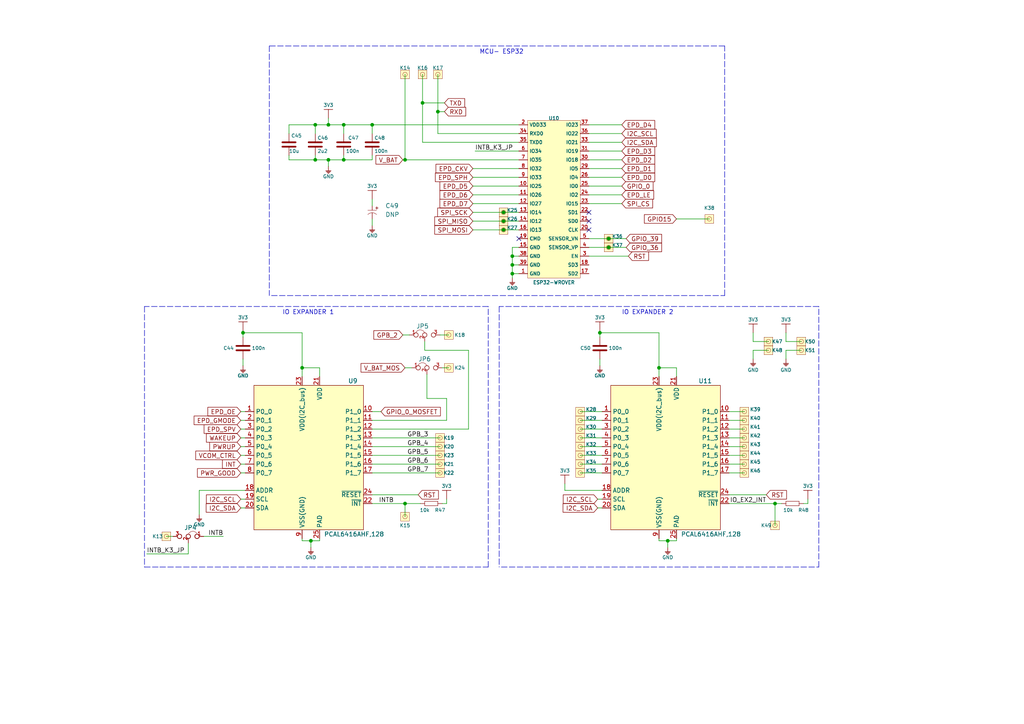
<source format=kicad_sch>
(kicad_sch (version 20211123) (generator eeschema)

  (uuid 477215d8-1932-4c97-b3da-bfd7aad61251)

  (paper "A4")

  (lib_symbols
    (symbol "e-radionica.com schematics:0603C" (pin_numbers hide) (pin_names (offset 0.002)) (in_bom yes) (on_board yes)
      (property "Reference" "C" (id 0) (at 0 3.81 0)
        (effects (font (size 1 1)))
      )
      (property "Value" "0603C" (id 1) (at 0 -3.175 0)
        (effects (font (size 1 1)))
      )
      (property "Footprint" "e-radionica.com footprinti:0603C" (id 2) (at 0.635 -4.445 0)
        (effects (font (size 1 1)) hide)
      )
      (property "Datasheet" "" (id 3) (at 0 0 0)
        (effects (font (size 1 1)) hide)
      )
      (symbol "0603C_0_1"
        (polyline
          (pts
            (xy -0.635 1.905)
            (xy -0.635 -1.905)
          )
          (stroke (width 0.5) (type default) (color 0 0 0 0))
          (fill (type none))
        )
        (polyline
          (pts
            (xy 0.635 1.905)
            (xy 0.635 -1.905)
          )
          (stroke (width 0.5) (type default) (color 0 0 0 0))
          (fill (type none))
        )
      )
      (symbol "0603C_1_1"
        (pin passive line (at -3.175 0 0) (length 2.54)
          (name "~" (effects (font (size 1.27 1.27))))
          (number "1" (effects (font (size 1.27 1.27))))
        )
        (pin passive line (at 3.175 0 180) (length 2.54)
          (name "~" (effects (font (size 1.27 1.27))))
          (number "2" (effects (font (size 1.27 1.27))))
        )
      )
    )
    (symbol "e-radionica.com schematics:0603R" (pin_numbers hide) (pin_names (offset 0.254)) (in_bom yes) (on_board yes)
      (property "Reference" "R" (id 0) (at 0 1.27 0)
        (effects (font (size 1 1)))
      )
      (property "Value" "0603R" (id 1) (at 0 -1.905 0)
        (effects (font (size 1 1)))
      )
      (property "Footprint" "e-radionica.com footprinti:0603R" (id 2) (at 0 -3.81 0)
        (effects (font (size 1 1)) hide)
      )
      (property "Datasheet" "" (id 3) (at -0.635 1.905 0)
        (effects (font (size 1 1)) hide)
      )
      (symbol "0603R_0_1"
        (rectangle (start -1.905 -0.635) (end 1.905 -0.6604)
          (stroke (width 0.1) (type default) (color 0 0 0 0))
          (fill (type none))
        )
        (rectangle (start -1.905 0.635) (end -1.8796 -0.635)
          (stroke (width 0.1) (type default) (color 0 0 0 0))
          (fill (type none))
        )
        (rectangle (start -1.905 0.635) (end 1.905 0.6096)
          (stroke (width 0.1) (type default) (color 0 0 0 0))
          (fill (type none))
        )
        (rectangle (start 1.905 0.635) (end 1.9304 -0.635)
          (stroke (width 0.1) (type default) (color 0 0 0 0))
          (fill (type none))
        )
      )
      (symbol "0603R_1_1"
        (pin passive line (at -3.175 0 0) (length 1.27)
          (name "~" (effects (font (size 1.27 1.27))))
          (number "1" (effects (font (size 1.27 1.27))))
        )
        (pin passive line (at 3.175 0 180) (length 1.27)
          (name "~" (effects (font (size 1.27 1.27))))
          (number "2" (effects (font (size 1.27 1.27))))
        )
      )
    )
    (symbol "e-radionica.com schematics:1206C" (pin_numbers hide) (in_bom yes) (on_board yes)
      (property "Reference" "C" (id 0) (at 0 3.81 0)
        (effects (font (size 1 1)))
      )
      (property "Value" "1206C" (id 1) (at 0 -3.175 0)
        (effects (font (size 1 1)))
      )
      (property "Footprint" "e-radionica.com footprinti:1206C" (id 2) (at 0 -5.08 0)
        (effects (font (size 1 1)) hide)
      )
      (property "Datasheet" "" (id 3) (at 0 0 0)
        (effects (font (size 1 1)) hide)
      )
      (symbol "1206C_0_1"
        (polyline
          (pts
            (xy -0.635 1.905)
            (xy -0.635 -1.905)
          )
          (stroke (width 0.5) (type default) (color 0 0 0 0))
          (fill (type none))
        )
        (polyline
          (pts
            (xy 0.635 1.905)
            (xy 0.635 -1.905)
          )
          (stroke (width 0.5) (type default) (color 0 0 0 0))
          (fill (type none))
        )
      )
      (symbol "1206C_1_1"
        (pin passive line (at -3.175 0 0) (length 2.54)
          (name "~" (effects (font (size 1.27 1.27))))
          (number "1" (effects (font (size 1.27 1.27))))
        )
        (pin passive line (at 3.175 0 180) (length 2.54)
          (name "~" (effects (font (size 1.27 1.27))))
          (number "2" (effects (font (size 1.27 1.27))))
        )
      )
    )
    (symbol "e-radionica.com schematics:2917C" (pin_numbers hide) (pin_names hide) (in_bom yes) (on_board yes)
      (property "Reference" "C?" (id 0) (at 0 0 0)
        (effects (font (size 1.27 1.27)))
      )
      (property "Value" "2917C" (id 1) (at 0 0 0)
        (effects (font (size 1.27 1.27)))
      )
      (property "Footprint" "e-radionica.com footprinti:2917C" (id 2) (at 0 0 0)
        (effects (font (size 1.27 1.27)) hide)
      )
      (property "Datasheet" "" (id 3) (at 0 0 0)
        (effects (font (size 1.27 1.27)) hide)
      )
      (property "ki_description" "TANTAL CAP" (id 4) (at 0 0 0)
        (effects (font (size 1.27 1.27)) hide)
      )
      (symbol "2917C_0_0"
        (text "+" (at -0.635 -1.27 0)
          (effects (font (size 1 1)))
        )
      )
      (symbol "2917C_0_1"
        (polyline
          (pts
            (xy 0 -3.81)
            (xy 0 -1.27)
          )
          (stroke (width 0.1) (type default) (color 0 0 0 0))
          (fill (type none))
        )
        (arc (start 1.2699 -1.27) (mid 0.7439 -2.54) (end 1.2699 -3.81)
          (stroke (width 0.1) (type default) (color 0 0 0 0))
          (fill (type none))
        )
      )
      (symbol "2917C_1_1"
        (pin input line (at -1.27 -2.54 0) (length 1.27)
          (name "+" (effects (font (size 1.27 1.27))))
          (number "1" (effects (font (size 1.27 1.27))))
        )
        (pin input line (at 2.54 -2.54 180) (length 1.8)
          (name "-" (effects (font (size 1.27 1.27))))
          (number "2" (effects (font (size 1.27 1.27))))
        )
      )
    )
    (symbol "e-radionica.com schematics:3V3" (power) (pin_names (offset 0)) (in_bom yes) (on_board yes)
      (property "Reference" "#PWR" (id 0) (at 4.445 0 0)
        (effects (font (size 1 1)) hide)
      )
      (property "Value" "3V3" (id 1) (at 0 3.556 0)
        (effects (font (size 1 1)))
      )
      (property "Footprint" "" (id 2) (at 4.445 3.81 0)
        (effects (font (size 1 1)) hide)
      )
      (property "Datasheet" "" (id 3) (at 4.445 3.81 0)
        (effects (font (size 1 1)) hide)
      )
      (property "ki_keywords" "power-flag" (id 4) (at 0 0 0)
        (effects (font (size 1.27 1.27)) hide)
      )
      (property "ki_description" "Power symbol creates a global label with name \"3V3\"" (id 5) (at 0 0 0)
        (effects (font (size 1.27 1.27)) hide)
      )
      (symbol "3V3_0_1"
        (polyline
          (pts
            (xy -1.27 2.54)
            (xy 1.27 2.54)
          )
          (stroke (width 0.16) (type default) (color 0 0 0 0))
          (fill (type none))
        )
        (polyline
          (pts
            (xy 0 0)
            (xy 0 2.54)
          )
          (stroke (width 0) (type default) (color 0 0 0 0))
          (fill (type none))
        )
      )
      (symbol "3V3_1_1"
        (pin power_in line (at 0 0 90) (length 0) hide
          (name "3V3" (effects (font (size 1.27 1.27))))
          (number "1" (effects (font (size 1.27 1.27))))
        )
      )
    )
    (symbol "e-radionica.com schematics:ESP32-WROVER" (in_bom yes) (on_board yes)
      (property "Reference" "U" (id 0) (at -6.35 25.4 0)
        (effects (font (size 1 1)))
      )
      (property "Value" "ESP32-WROVER" (id 1) (at 0 -22.86 0)
        (effects (font (size 1 1)))
      )
      (property "Footprint" "e-radionica.com footprinti:ESP32-WROVER" (id 2) (at 0 -24.13 0)
        (effects (font (size 1 1)) hide)
      )
      (property "Datasheet" "" (id 3) (at 0 0 0)
        (effects (font (size 1 1)) hide)
      )
      (symbol "ESP32-WROVER_0_1"
        (rectangle (start -7.62 24.13) (end 7.62 -21.59)
          (stroke (width 0.001) (type default) (color 0 0 0 0))
          (fill (type background))
        )
      )
      (symbol "ESP32-WROVER_1_1"
        (pin power_in line (at -10.16 -20.32 0) (length 2.54)
          (name "GND" (effects (font (size 1 1))))
          (number "1" (effects (font (size 1 1))))
        )
        (pin bidirectional line (at -10.16 5.08 0) (length 2.54)
          (name "IO25" (effects (font (size 1 1))))
          (number "10" (effects (font (size 1 1))))
        )
        (pin bidirectional line (at -10.16 2.54 0) (length 2.54)
          (name "IO26" (effects (font (size 1 1))))
          (number "11" (effects (font (size 1 1))))
        )
        (pin bidirectional line (at -10.16 0 0) (length 2.54)
          (name "IO27" (effects (font (size 1 1))))
          (number "12" (effects (font (size 1 1))))
        )
        (pin bidirectional line (at -10.16 -2.54 0) (length 2.54)
          (name "IO14" (effects (font (size 1 1))))
          (number "13" (effects (font (size 1 1))))
        )
        (pin bidirectional line (at -10.16 -5.08 0) (length 2.54)
          (name "IO12" (effects (font (size 1 1))))
          (number "14" (effects (font (size 1 1))))
        )
        (pin power_in line (at -10.16 -12.7 0) (length 2.54)
          (name "GND" (effects (font (size 1 1))))
          (number "15" (effects (font (size 1 1))))
        )
        (pin bidirectional line (at -10.16 -7.62 0) (length 2.54)
          (name "IO13" (effects (font (size 1 1))))
          (number "16" (effects (font (size 1 1))))
        )
        (pin bidirectional line (at 10.16 -20.32 180) (length 2.54)
          (name "SD2" (effects (font (size 1 1))))
          (number "17" (effects (font (size 1 1))))
        )
        (pin bidirectional line (at 10.16 -17.78 180) (length 2.54)
          (name "SD3" (effects (font (size 1 1))))
          (number "18" (effects (font (size 1 1))))
        )
        (pin bidirectional line (at -10.16 -10.16 0) (length 2.54)
          (name "CMD" (effects (font (size 1 1))))
          (number "19" (effects (font (size 1 1))))
        )
        (pin power_in line (at -10.16 22.86 0) (length 2.54)
          (name "VDD33" (effects (font (size 1 1))))
          (number "2" (effects (font (size 1 1))))
        )
        (pin bidirectional line (at 10.16 -7.62 180) (length 2.54)
          (name "CLK" (effects (font (size 1 1))))
          (number "20" (effects (font (size 1 1))))
        )
        (pin bidirectional line (at 10.16 -5.08 180) (length 2.54)
          (name "SD0" (effects (font (size 1 1))))
          (number "21" (effects (font (size 1 1))))
        )
        (pin bidirectional line (at 10.16 -2.54 180) (length 2.54)
          (name "SD1" (effects (font (size 1 1))))
          (number "22" (effects (font (size 1 1))))
        )
        (pin bidirectional line (at 10.16 0 180) (length 2.54)
          (name "IO15" (effects (font (size 1 1))))
          (number "23" (effects (font (size 1 1))))
        )
        (pin bidirectional line (at 10.16 2.54 180) (length 2.54)
          (name "IO2" (effects (font (size 1 1))))
          (number "24" (effects (font (size 1 1))))
        )
        (pin bidirectional line (at 10.16 5.08 180) (length 2.54)
          (name "IO0" (effects (font (size 1 1))))
          (number "25" (effects (font (size 1 1))))
        )
        (pin bidirectional line (at 10.16 7.62 180) (length 2.54)
          (name "IO4" (effects (font (size 1 1))))
          (number "26" (effects (font (size 1 1))))
        )
        (pin bidirectional line (at 10.16 10.16 180) (length 2.54)
          (name "IO5" (effects (font (size 1 1))))
          (number "29" (effects (font (size 1 1))))
        )
        (pin bidirectional line (at 10.16 -15.24 180) (length 2.54)
          (name "EN" (effects (font (size 1 1))))
          (number "3" (effects (font (size 1 1))))
        )
        (pin bidirectional line (at 10.16 12.7 180) (length 2.54)
          (name "IO18" (effects (font (size 1 1))))
          (number "30" (effects (font (size 1 1))))
        )
        (pin bidirectional line (at 10.16 15.24 180) (length 2.54)
          (name "IO19" (effects (font (size 1 1))))
          (number "31" (effects (font (size 1 1))))
        )
        (pin bidirectional line (at 10.16 17.78 180) (length 2.54)
          (name "IO21" (effects (font (size 1 1))))
          (number "33" (effects (font (size 1 1))))
        )
        (pin bidirectional line (at -10.16 20.32 0) (length 2.54)
          (name "RXD0" (effects (font (size 1 1))))
          (number "34" (effects (font (size 1 1))))
        )
        (pin bidirectional line (at -10.16 17.78 0) (length 2.54)
          (name "TXD0" (effects (font (size 1 1))))
          (number "35" (effects (font (size 1 1))))
        )
        (pin bidirectional line (at 10.16 20.32 180) (length 2.54)
          (name "IO22" (effects (font (size 1 1))))
          (number "36" (effects (font (size 1 1))))
        )
        (pin bidirectional line (at 10.16 22.86 180) (length 2.54)
          (name "IO23" (effects (font (size 1 1))))
          (number "37" (effects (font (size 1 1))))
        )
        (pin power_in line (at -10.16 -15.24 0) (length 2.54)
          (name "GND" (effects (font (size 1 1))))
          (number "38" (effects (font (size 1 1))))
        )
        (pin power_in line (at -10.16 -17.78 0) (length 2.54)
          (name "GND" (effects (font (size 1 1))))
          (number "39" (effects (font (size 1 1))))
        )
        (pin bidirectional line (at 10.16 -12.7 180) (length 2.54)
          (name "SENSOR_VP" (effects (font (size 1 1))))
          (number "4" (effects (font (size 1 1))))
        )
        (pin bidirectional line (at 10.16 -10.16 180) (length 2.54)
          (name "SENSOR_VN" (effects (font (size 1 1))))
          (number "5" (effects (font (size 1 1))))
        )
        (pin bidirectional line (at -10.16 15.24 0) (length 2.54)
          (name "IO34" (effects (font (size 1 1))))
          (number "6" (effects (font (size 1 1))))
        )
        (pin bidirectional line (at -10.16 12.7 0) (length 2.54)
          (name "IO35" (effects (font (size 1 1))))
          (number "7" (effects (font (size 1 1))))
        )
        (pin bidirectional line (at -10.16 10.16 0) (length 2.54)
          (name "IO32" (effects (font (size 1 1))))
          (number "8" (effects (font (size 1 1))))
        )
        (pin bidirectional line (at -10.16 7.62 0) (length 2.54)
          (name "IO33" (effects (font (size 1 1))))
          (number "9" (effects (font (size 1 1))))
        )
      )
    )
    (symbol "e-radionica.com schematics:GND" (power) (pin_names (offset 0)) (in_bom yes) (on_board yes)
      (property "Reference" "#PWR" (id 0) (at 4.445 0 0)
        (effects (font (size 1 1)) hide)
      )
      (property "Value" "GND" (id 1) (at 0 -2.921 0)
        (effects (font (size 1 1)))
      )
      (property "Footprint" "" (id 2) (at 4.445 3.81 0)
        (effects (font (size 1 1)) hide)
      )
      (property "Datasheet" "" (id 3) (at 4.445 3.81 0)
        (effects (font (size 1 1)) hide)
      )
      (property "ki_keywords" "power-flag" (id 4) (at 0 0 0)
        (effects (font (size 1.27 1.27)) hide)
      )
      (property "ki_description" "Power symbol creates a global label with name \"GND\"" (id 5) (at 0 0 0)
        (effects (font (size 1.27 1.27)) hide)
      )
      (symbol "GND_0_1"
        (polyline
          (pts
            (xy -0.762 -1.27)
            (xy 0.762 -1.27)
          )
          (stroke (width 0.16) (type default) (color 0 0 0 0))
          (fill (type none))
        )
        (polyline
          (pts
            (xy -0.635 -1.524)
            (xy 0.635 -1.524)
          )
          (stroke (width 0.16) (type default) (color 0 0 0 0))
          (fill (type none))
        )
        (polyline
          (pts
            (xy -0.381 -1.778)
            (xy 0.381 -1.778)
          )
          (stroke (width 0.16) (type default) (color 0 0 0 0))
          (fill (type none))
        )
        (polyline
          (pts
            (xy -0.127 -2.032)
            (xy 0.127 -2.032)
          )
          (stroke (width 0.16) (type default) (color 0 0 0 0))
          (fill (type none))
        )
        (polyline
          (pts
            (xy 0 0)
            (xy 0 -1.27)
          )
          (stroke (width 0.16) (type default) (color 0 0 0 0))
          (fill (type none))
        )
      )
      (symbol "GND_1_1"
        (pin power_in line (at 0 0 270) (length 0) hide
          (name "GND" (effects (font (size 1.27 1.27))))
          (number "1" (effects (font (size 1.27 1.27))))
        )
      )
    )
    (symbol "e-radionica.com schematics:HEADER_MALE_1X1_Inkplate" (pin_numbers hide) (pin_names hide) (in_bom yes) (on_board yes)
      (property "Reference" "K" (id 0) (at 0 2.54 0)
        (effects (font (size 1 1)))
      )
      (property "Value" "HEADER_MALE_1X1_Inkplate" (id 1) (at 0 -2.54 0)
        (effects (font (size 1 1)))
      )
      (property "Footprint" "e-radionica.com footprinti:HEADER_MALE_1X1_Inkplate" (id 2) (at 0 -5.08 0)
        (effects (font (size 1 1)) hide)
      )
      (property "Datasheet" "" (id 3) (at 0 0 0)
        (effects (font (size 1 1)) hide)
      )
      (symbol "HEADER_MALE_1X1_Inkplate_0_1"
        (rectangle (start -1.27 1.27) (end 1.27 -1.27)
          (stroke (width 0.001) (type default) (color 0 0 0 0))
          (fill (type background))
        )
        (circle (center 0 0) (radius 0.635)
          (stroke (width 0.0006) (type default) (color 0 0 0 0))
          (fill (type none))
        )
      )
      (symbol "HEADER_MALE_1X1_Inkplate_1_1"
        (pin passive line (at 0 0 180) (length 0)
          (name "~" (effects (font (size 1 1))))
          (number "1" (effects (font (size 1 1))))
        )
      )
    )
    (symbol "e-radionica.com schematics:PCAL6416AHF,128" (in_bom yes) (on_board yes)
      (property "Reference" "U" (id 0) (at 1.27 -5.08 0)
        (effects (font (size 1.27 1.27)))
      )
      (property "Value" "PCAL6416AHF,128" (id 1) (at 1.27 0 0)
        (effects (font (size 1.27 1.27)))
      )
      (property "Footprint" "e-radionica.com footprinti:PCAL6416AHF,128" (id 2) (at 0 31.75 0)
        (effects (font (size 1.27 1.27)) hide)
      )
      (property "Datasheet" "" (id 3) (at -15.24 11.43 0)
        (effects (font (size 1.27 1.27)) hide)
      )
      (symbol "PCAL6416AHF,128_0_0"
        (rectangle (start -15.24 20.32) (end 16.51 -21.59)
          (stroke (width 0) (type default) (color 0 0 0 0))
          (fill (type background))
        )
        (pin passive line (at 3.81 -24.13 90) (length 2.54)
          (name "PAD" (effects (font (size 1.27 1.27))))
          (number "25" (effects (font (size 1.27 1.27))))
        )
      )
      (symbol "PCAL6416AHF,128_1_1"
        (pin passive line (at -17.78 12.7 0) (length 2.54)
          (name "P0_0" (effects (font (size 1.27 1.27))))
          (number "1" (effects (font (size 1.27 1.27))))
        )
        (pin passive line (at 19.05 12.7 180) (length 2.54)
          (name "P1_0" (effects (font (size 1.27 1.27))))
          (number "10" (effects (font (size 1.27 1.27))))
        )
        (pin passive line (at 19.05 10.16 180) (length 2.54)
          (name "P1_1" (effects (font (size 1.27 1.27))))
          (number "11" (effects (font (size 1.27 1.27))))
        )
        (pin passive line (at 19.05 7.62 180) (length 2.54)
          (name "P1_2" (effects (font (size 1.27 1.27))))
          (number "12" (effects (font (size 1.27 1.27))))
        )
        (pin passive line (at 19.05 5.08 180) (length 2.54)
          (name "P1_3" (effects (font (size 1.27 1.27))))
          (number "13" (effects (font (size 1.27 1.27))))
        )
        (pin passive line (at 19.05 2.54 180) (length 2.54)
          (name "P1_4" (effects (font (size 1.27 1.27))))
          (number "14" (effects (font (size 1.27 1.27))))
        )
        (pin passive line (at 19.05 0 180) (length 2.54)
          (name "P1_5" (effects (font (size 1.27 1.27))))
          (number "15" (effects (font (size 1.27 1.27))))
        )
        (pin passive line (at 19.05 -2.54 180) (length 2.54)
          (name "P1_6" (effects (font (size 1.27 1.27))))
          (number "16" (effects (font (size 1.27 1.27))))
        )
        (pin passive line (at 19.05 -5.08 180) (length 2.54)
          (name "P1_7" (effects (font (size 1.27 1.27))))
          (number "17" (effects (font (size 1.27 1.27))))
        )
        (pin passive line (at -17.78 -10.16 0) (length 2.54)
          (name "ADDR" (effects (font (size 1.27 1.27))))
          (number "18" (effects (font (size 1.27 1.27))))
        )
        (pin passive line (at -17.78 -12.7 0) (length 2.54)
          (name "SCL" (effects (font (size 1.27 1.27))))
          (number "19" (effects (font (size 1.27 1.27))))
        )
        (pin passive line (at -17.78 10.16 0) (length 2.54)
          (name "P0_1" (effects (font (size 1.27 1.27))))
          (number "2" (effects (font (size 1.27 1.27))))
        )
        (pin passive line (at -17.78 -15.24 0) (length 2.54)
          (name "SDA" (effects (font (size 1.27 1.27))))
          (number "20" (effects (font (size 1.27 1.27))))
        )
        (pin passive line (at 3.81 22.86 270) (length 2.54)
          (name "VDD" (effects (font (size 1.27 1.27))))
          (number "21" (effects (font (size 1.27 1.27))))
        )
        (pin passive line (at 19.05 -13.97 180) (length 2.54)
          (name "~{INT}" (effects (font (size 1.27 1.27))))
          (number "22" (effects (font (size 1.27 1.27))))
        )
        (pin passive line (at -1.27 22.86 270) (length 2.54)
          (name "VDD(I2C_bus)" (effects (font (size 1.27 1.27))))
          (number "23" (effects (font (size 1.27 1.27))))
        )
        (pin passive line (at 19.05 -11.43 180) (length 2.54)
          (name "~{RESET}" (effects (font (size 1.27 1.27))))
          (number "24" (effects (font (size 1.27 1.27))))
        )
        (pin passive line (at -17.78 7.62 0) (length 2.54)
          (name "P0_2" (effects (font (size 1.27 1.27))))
          (number "3" (effects (font (size 1.27 1.27))))
        )
        (pin passive line (at -17.78 5.08 0) (length 2.54)
          (name "P0_3" (effects (font (size 1.27 1.27))))
          (number "4" (effects (font (size 1.27 1.27))))
        )
        (pin passive line (at -17.78 2.54 0) (length 2.54)
          (name "P0_4" (effects (font (size 1.27 1.27))))
          (number "5" (effects (font (size 1.27 1.27))))
        )
        (pin passive line (at -17.78 0 0) (length 2.54)
          (name "P0_5" (effects (font (size 1.27 1.27))))
          (number "6" (effects (font (size 1.27 1.27))))
        )
        (pin passive line (at -17.78 -2.54 0) (length 2.54)
          (name "P0_6" (effects (font (size 1.27 1.27))))
          (number "7" (effects (font (size 1.27 1.27))))
        )
        (pin passive line (at -17.78 -5.08 0) (length 2.54)
          (name "P0_7" (effects (font (size 1.27 1.27))))
          (number "8" (effects (font (size 1.27 1.27))))
        )
        (pin passive line (at -1.27 -24.13 90) (length 2.54)
          (name "VSS(GND)" (effects (font (size 1.27 1.27))))
          (number "9" (effects (font (size 1.27 1.27))))
        )
      )
    )
    (symbol "e-radionica.com schematics:SMD_JUMPER_3_PAD_CONNECTED_LEFT_TRACE" (in_bom yes) (on_board yes)
      (property "Reference" "JP" (id 0) (at 0 3.81 0)
        (effects (font (size 1.27 1.27)))
      )
      (property "Value" "SMD_JUMPER_3_PAD_CONNECTED_LEFT_TRACE" (id 1) (at -1.27 -7.62 0)
        (effects (font (size 1.27 1.27)) hide)
      )
      (property "Footprint" "e-radionica.com footprinti:SMD_JUMPER_3_PAD_CONNECTED_LEFT_TRACE" (id 2) (at 2.54 -12.7 0)
        (effects (font (size 1.27 1.27)) hide)
      )
      (property "Datasheet" "" (id 3) (at 0 0 0)
        (effects (font (size 1.27 1.27)) hide)
      )
      (symbol "SMD_JUMPER_3_PAD_CONNECTED_LEFT_TRACE_0_1"
        (arc (start -0.635 0.5842) (mid -1.9346 1.472) (end -3.2512 0.6096)
          (stroke (width 0.1) (type default) (color 0 0 0 0))
          (fill (type none))
        )
      )
      (symbol "SMD_JUMPER_3_PAD_CONNECTED_LEFT_TRACE_1_1"
        (pin passive inverted (at -5.08 0 0) (length 2.54)
          (name "" (effects (font (size 1 1))))
          (number "1" (effects (font (size 1 1))))
        )
        (pin passive inverted (at -0.635 -1.905 90) (length 2.54)
          (name "" (effects (font (size 1 1))))
          (number "2" (effects (font (size 1 1))))
        )
        (pin passive inverted (at 3.81 0 180) (length 2.54)
          (name "" (effects (font (size 1 1))))
          (number "3" (effects (font (size 1 1))))
        )
      )
    )
  )

  (junction (at 193.675 156.845) (diameter 0) (color 0 0 0 0)
    (uuid 006aca9c-c6e9-4b70-beca-38d058030d8b)
  )
  (junction (at 146.05 61.595) (diameter 0) (color 0 0 0 0)
    (uuid 01092201-2b20-4b88-b95f-e53b1ab0eb6f)
  )
  (junction (at 224.79 146.05) (diameter 0) (color 0 0 0 0)
    (uuid 040ee398-4d69-4888-912d-6968a4a08918)
  )
  (junction (at 117.475 46.355) (diameter 0) (color 0 0 0 0)
    (uuid 0bec5d09-d307-4079-8a48-b19d4f522faf)
  )
  (junction (at 122.555 29.845) (diameter 0) (color 0 0 0 0)
    (uuid 0c9636de-fb98-49fb-a3a6-c970fe7de41f)
  )
  (junction (at 99.695 46.355) (diameter 0) (color 0 0 0 0)
    (uuid 1d1a34ff-b9c6-4545-934a-13ea0d4e81b9)
  )
  (junction (at 95.25 36.195) (diameter 0) (color 0 0 0 0)
    (uuid 22c1da67-801e-439b-8057-c5aa2edf6988)
  )
  (junction (at 91.44 36.195) (diameter 0) (color 0 0 0 0)
    (uuid 23ecbadd-a4ae-4538-99b9-0a0a129fcb79)
  )
  (junction (at 91.44 46.355) (diameter 0) (color 0 0 0 0)
    (uuid 259ed887-5218-4831-8e1c-c3aa3207be63)
  )
  (junction (at 176.53 69.215) (diameter 0) (color 0 0 0 0)
    (uuid 2c3c59db-a84f-4d07-9cb2-74862db7d2e5)
  )
  (junction (at 90.17 156.845) (diameter 0) (color 0 0 0 0)
    (uuid 2e2bbec1-fbea-4a72-b758-145ef84750ac)
  )
  (junction (at 191.135 106.68) (diameter 0) (color 0 0 0 0)
    (uuid 387b8940-a94b-4005-b4a5-afa31706674c)
  )
  (junction (at 173.99 96.52) (diameter 0) (color 0 0 0 0)
    (uuid 4bb95b0c-894d-42dd-a0d2-3106fec4ba6d)
  )
  (junction (at 99.695 36.195) (diameter 0) (color 0 0 0 0)
    (uuid 4ef61c9b-f13d-4024-a05d-ce07baebadf3)
  )
  (junction (at 146.05 66.675) (diameter 0) (color 0 0 0 0)
    (uuid 5629aad1-046f-4e6c-93c3-c352cc6f6dbc)
  )
  (junction (at 148.59 76.835) (diameter 0) (color 0 0 0 0)
    (uuid 5f3f8d6a-342a-4170-bc48-db54367c6ef5)
  )
  (junction (at 107.95 36.195) (diameter 0) (color 0 0 0 0)
    (uuid 61bea3b2-09ab-4786-bf78-34653741f1aa)
  )
  (junction (at 146.05 64.135) (diameter 0) (color 0 0 0 0)
    (uuid 84ade085-f9c1-4587-89b1-dc4353b93d69)
  )
  (junction (at 70.485 96.52) (diameter 0) (color 0 0 0 0)
    (uuid 8d0f5e3f-5014-4dc3-9fa2-e64ee1e5e8e6)
  )
  (junction (at 148.59 74.295) (diameter 0) (color 0 0 0 0)
    (uuid a35080b1-db96-4741-ad3a-8d569afabcbc)
  )
  (junction (at 148.59 79.375) (diameter 0) (color 0 0 0 0)
    (uuid af73b5f1-d43a-49e3-99fc-38dbfb26ee1b)
  )
  (junction (at 117.475 146.05) (diameter 0) (color 0 0 0 0)
    (uuid afbe3e5d-c843-403d-93f3-51337b1ac760)
  )
  (junction (at 95.25 46.355) (diameter 0) (color 0 0 0 0)
    (uuid b052863e-0852-477b-91ee-ab6a5d66396d)
  )
  (junction (at 87.63 106.68) (diameter 0) (color 0 0 0 0)
    (uuid c75adc72-fdb4-4acb-9e27-57a1e081fed7)
  )
  (junction (at 127 32.385) (diameter 0) (color 0 0 0 0)
    (uuid e243c1d9-481d-4d17-b8b0-4b26c4af4a8c)
  )
  (junction (at 176.53 71.755) (diameter 0) (color 0 0 0 0)
    (uuid e8b946e7-2641-4648-9c93-0760aadc5367)
  )

  (no_connect (at 170.815 66.675) (uuid 554c9a5d-ab1e-4a17-9fd4-5692dfde4be4))
  (no_connect (at 150.495 69.215) (uuid 60503e8d-b7ce-468f-8ace-a4547a7a78cd))
  (no_connect (at 170.815 61.595) (uuid a2e8211a-23c8-45e7-aaeb-16b66006bafa))
  (no_connect (at 170.815 64.135) (uuid ea6a85de-2b4b-4c15-ba41-aedfa2feb09d))

  (wire (pts (xy 170.815 41.275) (xy 180.34 41.275))
    (stroke (width 0) (type default) (color 0 0 0 0))
    (uuid 011c3f53-880a-42ff-96cc-fb35757f8a70)
  )
  (wire (pts (xy 123.825 115.57) (xy 129.54 115.57))
    (stroke (width 0) (type default) (color 0 0 0 0))
    (uuid 02b235ae-7b8c-4d38-8354-302be268f968)
  )
  (wire (pts (xy 69.85 124.46) (xy 71.12 124.46))
    (stroke (width 0) (type default) (color 0 0 0 0))
    (uuid 0479bdab-8adf-42c3-9eaf-3e2cfccf7f66)
  )
  (wire (pts (xy 137.16 59.055) (xy 150.495 59.055))
    (stroke (width 0) (type default) (color 0 0 0 0))
    (uuid 05d427b6-6a29-4970-ba4f-c890c341746c)
  )
  (wire (pts (xy 70.485 96.52) (xy 87.63 96.52))
    (stroke (width 0) (type default) (color 0 0 0 0))
    (uuid 061d1f9b-3eda-4430-bec9-9276cc1ac34c)
  )
  (wire (pts (xy 170.815 38.735) (xy 180.34 38.735))
    (stroke (width 0) (type default) (color 0 0 0 0))
    (uuid 07e1f01a-ed7f-41cb-b64c-3fe1ada26cfe)
  )
  (polyline (pts (xy 78.105 13.335) (xy 78.105 85.725))
    (stroke (width 0) (type default) (color 0 0 0 0))
    (uuid 09d26b58-575b-47ca-8a16-a6228e92da3e)
  )

  (wire (pts (xy 99.695 45.085) (xy 99.695 46.355))
    (stroke (width 0) (type default) (color 0 0 0 0))
    (uuid 0b4d584d-09f0-4f71-81c7-248c85b890c5)
  )
  (wire (pts (xy 170.815 74.295) (xy 182.245 74.295))
    (stroke (width 0) (type default) (color 0 0 0 0))
    (uuid 0efbb423-db8e-468a-8ebb-eeb72ab1ce90)
  )
  (wire (pts (xy 83.82 46.355) (xy 91.44 46.355))
    (stroke (width 0) (type default) (color 0 0 0 0))
    (uuid 0f0dd9ad-33da-4c91-b5e0-89cd80f20a3b)
  )
  (wire (pts (xy 170.815 36.195) (xy 180.34 36.195))
    (stroke (width 0) (type default) (color 0 0 0 0))
    (uuid 12748bc8-75b7-4b1e-a7a8-4d1e4a0afd58)
  )
  (wire (pts (xy 107.95 134.62) (xy 127.635 134.62))
    (stroke (width 0) (type default) (color 0 0 0 0))
    (uuid 146fec83-c73b-42fd-947e-cefdfcf7a386)
  )
  (wire (pts (xy 117.475 21.59) (xy 117.475 46.355))
    (stroke (width 0) (type default) (color 0 0 0 0))
    (uuid 1484b70a-6d8d-4c21-a23a-99315b950b5d)
  )
  (wire (pts (xy 211.455 129.54) (xy 215.9 129.54))
    (stroke (width 0) (type default) (color 0 0 0 0))
    (uuid 162daa24-7400-4676-be2e-bfe5442187ad)
  )
  (wire (pts (xy 170.815 48.895) (xy 180.34 48.895))
    (stroke (width 0) (type default) (color 0 0 0 0))
    (uuid 18a6fa85-677a-43b2-9edd-3ea19208d2e8)
  )
  (wire (pts (xy 87.63 109.22) (xy 87.63 106.68))
    (stroke (width 0) (type default) (color 0 0 0 0))
    (uuid 1e972afc-1fdf-4342-8902-d97d0518085e)
  )
  (wire (pts (xy 170.815 46.355) (xy 180.34 46.355))
    (stroke (width 0) (type default) (color 0 0 0 0))
    (uuid 1ec736c2-8c81-499a-8711-37b5fe163b3f)
  )
  (wire (pts (xy 91.44 46.355) (xy 95.25 46.355))
    (stroke (width 0) (type default) (color 0 0 0 0))
    (uuid 1ecd7b3b-8253-4423-9f95-442ebf33b80e)
  )
  (wire (pts (xy 227.965 99.06) (xy 232.41 99.06))
    (stroke (width 0) (type default) (color 0 0 0 0))
    (uuid 2035726c-7da5-4393-ad76-678e2f57fa36)
  )
  (wire (pts (xy 70.485 104.14) (xy 70.485 106.045))
    (stroke (width 0) (type default) (color 0 0 0 0))
    (uuid 21103766-e790-42de-8a73-499dc1459fbe)
  )
  (wire (pts (xy 137.16 48.895) (xy 150.495 48.895))
    (stroke (width 0) (type default) (color 0 0 0 0))
    (uuid 214568dd-270b-4f90-a72e-9396d2183157)
  )
  (wire (pts (xy 107.95 137.16) (xy 127.635 137.16))
    (stroke (width 0) (type default) (color 0 0 0 0))
    (uuid 21d69697-9166-4d33-adbd-35ba34b0ad2a)
  )
  (wire (pts (xy 148.59 79.375) (xy 148.59 80.645))
    (stroke (width 0) (type default) (color 0 0 0 0))
    (uuid 233c935d-91a5-4875-aec4-5f6c9091eec7)
  )
  (wire (pts (xy 91.44 36.195) (xy 83.82 36.195))
    (stroke (width 0) (type default) (color 0 0 0 0))
    (uuid 2374d3aa-8995-4d29-9cc6-c04d046dfd8b)
  )
  (wire (pts (xy 224.79 152.4) (xy 224.79 146.05))
    (stroke (width 0) (type default) (color 0 0 0 0))
    (uuid 2409d582-da6d-47ab-a959-fcd4175f64cc)
  )
  (wire (pts (xy 170.815 59.055) (xy 180.34 59.055))
    (stroke (width 0) (type default) (color 0 0 0 0))
    (uuid 262a7b84-14c1-4066-9842-3690346d0f54)
  )
  (wire (pts (xy 170.815 43.815) (xy 180.34 43.815))
    (stroke (width 0) (type default) (color 0 0 0 0))
    (uuid 28a52747-cef1-46fb-a810-75d0324f4543)
  )
  (wire (pts (xy 163.83 140.335) (xy 163.83 142.24))
    (stroke (width 0) (type default) (color 0 0 0 0))
    (uuid 28fad053-1702-400d-bef6-e3f30fa376ed)
  )
  (wire (pts (xy 123.825 108.585) (xy 123.825 115.57))
    (stroke (width 0) (type default) (color 0 0 0 0))
    (uuid 2a7bc70d-8587-41a8-8bb7-77cadf325b29)
  )
  (wire (pts (xy 227.965 104.14) (xy 227.965 101.6))
    (stroke (width 0) (type default) (color 0 0 0 0))
    (uuid 2f39447e-493d-4968-8852-b8800a708731)
  )
  (wire (pts (xy 107.95 36.195) (xy 107.95 38.735))
    (stroke (width 0) (type default) (color 0 0 0 0))
    (uuid 3007ba02-eebc-423f-bafb-a43ae1eea4be)
  )
  (wire (pts (xy 92.71 156.21) (xy 92.71 156.845))
    (stroke (width 0) (type default) (color 0 0 0 0))
    (uuid 30593536-9a5e-40b4-b73e-93811f8a8bf4)
  )
  (wire (pts (xy 173.355 147.32) (xy 174.625 147.32))
    (stroke (width 0) (type default) (color 0 0 0 0))
    (uuid 30d62a28-205c-45c1-9abd-b5f5ddfa7794)
  )
  (wire (pts (xy 168.275 127) (xy 174.625 127))
    (stroke (width 0) (type default) (color 0 0 0 0))
    (uuid 336fdc21-c3be-44af-a38d-eb88de226095)
  )
  (wire (pts (xy 218.44 101.6) (xy 222.885 101.6))
    (stroke (width 0) (type default) (color 0 0 0 0))
    (uuid 346dad65-89ac-458c-808f-085d1fd92b8a)
  )
  (wire (pts (xy 173.99 96.52) (xy 191.135 96.52))
    (stroke (width 0) (type default) (color 0 0 0 0))
    (uuid 3507cda7-0967-450f-a62d-4051ae8ebcc8)
  )
  (wire (pts (xy 54.61 160.655) (xy 54.61 157.48))
    (stroke (width 0) (type default) (color 0 0 0 0))
    (uuid 35451e76-c221-4211-8673-e58d3268bffd)
  )
  (wire (pts (xy 95.25 34.29) (xy 95.25 36.195))
    (stroke (width 0) (type default) (color 0 0 0 0))
    (uuid 35563315-a3db-44ff-938a-60a0cfa97757)
  )
  (wire (pts (xy 127 21.59) (xy 127 32.385))
    (stroke (width 0) (type default) (color 0 0 0 0))
    (uuid 368fa16c-670f-48b0-803a-adda0a659b8a)
  )
  (wire (pts (xy 163.83 142.24) (xy 174.625 142.24))
    (stroke (width 0) (type default) (color 0 0 0 0))
    (uuid 38b5e9c0-1281-4659-8b13-fbf54a89e567)
  )
  (wire (pts (xy 148.59 79.375) (xy 150.495 79.375))
    (stroke (width 0) (type default) (color 0 0 0 0))
    (uuid 399ace0d-71f7-4f43-a9d4-4e812b5bd28a)
  )
  (wire (pts (xy 107.95 124.46) (xy 135.89 124.46))
    (stroke (width 0) (type default) (color 0 0 0 0))
    (uuid 3ae4cb2a-52da-424f-bc31-defcfe97640d)
  )
  (wire (pts (xy 191.135 156.845) (xy 193.675 156.845))
    (stroke (width 0) (type default) (color 0 0 0 0))
    (uuid 3b4097f0-5e26-47fc-9ecc-f0538f8098b9)
  )
  (polyline (pts (xy 237.49 164.465) (xy 237.49 88.9))
    (stroke (width 0) (type default) (color 0 0 0 0))
    (uuid 3e420466-8afb-45ea-a5a6-e98b268807b4)
  )

  (wire (pts (xy 211.455 143.51) (xy 222.25 143.51))
    (stroke (width 0) (type default) (color 0 0 0 0))
    (uuid 3f0c0d4c-8aaa-4f47-854f-83d1ba3b360a)
  )
  (wire (pts (xy 69.85 119.38) (xy 71.12 119.38))
    (stroke (width 0) (type default) (color 0 0 0 0))
    (uuid 3fee8909-d208-4af1-b7a3-1147453adffd)
  )
  (wire (pts (xy 70.485 95.885) (xy 70.485 96.52))
    (stroke (width 0) (type default) (color 0 0 0 0))
    (uuid 3ffc504c-45d4-4e8c-b4e9-6a65a4d2b850)
  )
  (polyline (pts (xy 210.185 85.725) (xy 210.185 13.335))
    (stroke (width 0) (type default) (color 0 0 0 0))
    (uuid 404c696c-1096-42cd-bd74-a374bfc6c823)
  )

  (wire (pts (xy 59.055 155.575) (xy 64.77 155.575))
    (stroke (width 0) (type default) (color 0 0 0 0))
    (uuid 4379b202-ce1c-43a8-bb2a-b8c85918035a)
  )
  (wire (pts (xy 148.59 76.835) (xy 150.495 76.835))
    (stroke (width 0) (type default) (color 0 0 0 0))
    (uuid 482b2125-d9f7-4589-8f61-4012f5c9ca3a)
  )
  (wire (pts (xy 117.475 46.355) (xy 150.495 46.355))
    (stroke (width 0) (type default) (color 0 0 0 0))
    (uuid 4967a17f-7bf3-46f6-ba15-fc6471be837e)
  )
  (wire (pts (xy 107.95 119.38) (xy 110.49 119.38))
    (stroke (width 0) (type default) (color 0 0 0 0))
    (uuid 49696712-9614-4968-967d-5ecd606b9658)
  )
  (wire (pts (xy 107.95 63.5) (xy 107.95 65.405))
    (stroke (width 0) (type default) (color 0 0 0 0))
    (uuid 4cc8b8ff-7e09-44b5-806a-b8499501708d)
  )
  (wire (pts (xy 218.44 99.06) (xy 222.885 99.06))
    (stroke (width 0) (type default) (color 0 0 0 0))
    (uuid 4d26e8e6-bb71-4338-9e7d-911d66d47c7a)
  )
  (wire (pts (xy 191.135 106.68) (xy 191.135 96.52))
    (stroke (width 0) (type default) (color 0 0 0 0))
    (uuid 4dbe434e-e85f-4f2d-95f1-84a8ae42dd83)
  )
  (wire (pts (xy 69.85 129.54) (xy 71.12 129.54))
    (stroke (width 0) (type default) (color 0 0 0 0))
    (uuid 4fb5970a-58b2-4de3-88eb-6543855d03e1)
  )
  (wire (pts (xy 83.82 36.195) (xy 83.82 38.735))
    (stroke (width 0) (type default) (color 0 0 0 0))
    (uuid 51a2c9e7-67da-4e7d-abce-82f30c2ee215)
  )
  (wire (pts (xy 168.275 134.62) (xy 174.625 134.62))
    (stroke (width 0) (type default) (color 0 0 0 0))
    (uuid 5230ad14-aa43-4154-8247-3359a83ccf3b)
  )
  (wire (pts (xy 196.215 109.22) (xy 196.215 106.68))
    (stroke (width 0) (type default) (color 0 0 0 0))
    (uuid 52ad2b5d-067a-447f-82c3-33520d96e93e)
  )
  (wire (pts (xy 170.815 51.435) (xy 180.34 51.435))
    (stroke (width 0) (type default) (color 0 0 0 0))
    (uuid 54056c9a-43ca-4e9d-bb0b-7f10aba241d0)
  )
  (wire (pts (xy 211.455 132.08) (xy 215.9 132.08))
    (stroke (width 0) (type default) (color 0 0 0 0))
    (uuid 54205b82-e3e5-42cb-9aed-613395a6a0fe)
  )
  (polyline (pts (xy 145.415 164.465) (xy 237.49 164.465))
    (stroke (width 0) (type default) (color 0 0 0 0))
    (uuid 543df7cb-a8d5-4269-8615-39ca236cc8e0)
  )

  (wire (pts (xy 123.19 101.6) (xy 135.89 101.6))
    (stroke (width 0) (type default) (color 0 0 0 0))
    (uuid 553c95b9-937d-4b1c-b5f1-603dfed0cb9a)
  )
  (wire (pts (xy 148.59 71.755) (xy 148.59 74.295))
    (stroke (width 0) (type default) (color 0 0 0 0))
    (uuid 5550da82-11be-4108-bff5-0b04c57615d3)
  )
  (wire (pts (xy 107.95 146.05) (xy 117.475 146.05))
    (stroke (width 0) (type default) (color 0 0 0 0))
    (uuid 56b8b09c-bba0-471c-a3a5-04cb3f821bef)
  )
  (wire (pts (xy 127 32.385) (xy 128.905 32.385))
    (stroke (width 0) (type default) (color 0 0 0 0))
    (uuid 5739fba0-d04d-4bc4-8641-b0f7f1c61d5a)
  )
  (polyline (pts (xy 141.605 88.9) (xy 41.91 88.9))
    (stroke (width 0) (type default) (color 0 0 0 0))
    (uuid 57d94e20-2347-481a-99ed-93f790f54fca)
  )

  (wire (pts (xy 137.16 64.135) (xy 146.05 64.135))
    (stroke (width 0) (type default) (color 0 0 0 0))
    (uuid 580464f9-749a-4f99-a14e-d2163ca7f1b8)
  )
  (wire (pts (xy 168.275 124.46) (xy 174.625 124.46))
    (stroke (width 0) (type default) (color 0 0 0 0))
    (uuid 5c93ba5e-da64-44e1-9ab9-b65a0de33cfc)
  )
  (wire (pts (xy 196.215 156.21) (xy 196.215 156.845))
    (stroke (width 0) (type default) (color 0 0 0 0))
    (uuid 5cf4af41-3063-4885-a930-b2117e1af5fa)
  )
  (wire (pts (xy 196.215 63.5) (xy 205.74 63.5))
    (stroke (width 0) (type default) (color 0 0 0 0))
    (uuid 5d56e9d5-b870-4579-bda8-e407cb76f91e)
  )
  (wire (pts (xy 148.59 74.295) (xy 150.495 74.295))
    (stroke (width 0) (type default) (color 0 0 0 0))
    (uuid 5dc479df-e4d6-4140-a4ad-693d9f3b6b42)
  )
  (polyline (pts (xy 46.355 164.465) (xy 141.605 164.465))
    (stroke (width 0) (type default) (color 0 0 0 0))
    (uuid 5fe25372-a026-41ef-8a37-dfb86806ee21)
  )

  (wire (pts (xy 168.275 137.16) (xy 174.625 137.16))
    (stroke (width 0) (type default) (color 0 0 0 0))
    (uuid 609fb840-377b-4b1a-913d-9a26e90a409b)
  )
  (polyline (pts (xy 41.91 88.9) (xy 41.91 164.465))
    (stroke (width 0) (type default) (color 0 0 0 0))
    (uuid 60df600e-7251-4ed8-a2bc-316e959de660)
  )

  (wire (pts (xy 191.135 156.21) (xy 191.135 156.845))
    (stroke (width 0) (type default) (color 0 0 0 0))
    (uuid 614cc5b0-14f6-4335-8f6c-decc2625c85d)
  )
  (wire (pts (xy 146.05 66.675) (xy 150.495 66.675))
    (stroke (width 0) (type default) (color 0 0 0 0))
    (uuid 62e1ff1d-a39c-4672-8649-afa01dbad3ea)
  )
  (wire (pts (xy 193.675 156.845) (xy 193.675 158.75))
    (stroke (width 0) (type default) (color 0 0 0 0))
    (uuid 64fb2a15-4e88-4900-8e63-bcac1b7acd66)
  )
  (wire (pts (xy 146.05 61.595) (xy 150.495 61.595))
    (stroke (width 0) (type default) (color 0 0 0 0))
    (uuid 680ab33d-d395-4ea7-8382-11e3a971549c)
  )
  (wire (pts (xy 90.17 156.845) (xy 90.17 158.75))
    (stroke (width 0) (type default) (color 0 0 0 0))
    (uuid 691769b5-efbe-42d0-aafd-f02d8fc786ba)
  )
  (wire (pts (xy 107.95 143.51) (xy 121.285 143.51))
    (stroke (width 0) (type default) (color 0 0 0 0))
    (uuid 699f4f59-981a-41cc-b7b3-0b462743ef6c)
  )
  (wire (pts (xy 87.63 106.68) (xy 87.63 96.52))
    (stroke (width 0) (type default) (color 0 0 0 0))
    (uuid 69e1d31b-2a9a-4d31-b98c-7639cb790cef)
  )
  (wire (pts (xy 95.25 36.195) (xy 91.44 36.195))
    (stroke (width 0) (type default) (color 0 0 0 0))
    (uuid 6aa3f6de-7a35-41a8-994d-346ee1aa72f5)
  )
  (wire (pts (xy 87.63 156.845) (xy 90.17 156.845))
    (stroke (width 0) (type default) (color 0 0 0 0))
    (uuid 6af522d6-5e06-400e-8fe0-42d99e590aee)
  )
  (polyline (pts (xy 78.74 85.725) (xy 210.185 85.725))
    (stroke (width 0) (type default) (color 0 0 0 0))
    (uuid 6e0fd190-cc1f-41d4-950b-99e5379d2342)
  )

  (wire (pts (xy 176.53 71.755) (xy 181.61 71.755))
    (stroke (width 0) (type default) (color 0 0 0 0))
    (uuid 6e2ebdbb-41b7-4149-9c3d-26c4562ae74f)
  )
  (wire (pts (xy 137.16 66.675) (xy 146.05 66.675))
    (stroke (width 0) (type default) (color 0 0 0 0))
    (uuid 7018fd7a-25fd-4ee4-805c-60f279a8ba69)
  )
  (wire (pts (xy 224.79 146.05) (xy 226.695 146.05))
    (stroke (width 0) (type default) (color 0 0 0 0))
    (uuid 70457f06-db7b-4c92-9a7b-50c31e2e0baa)
  )
  (wire (pts (xy 69.85 134.62) (xy 71.12 134.62))
    (stroke (width 0) (type default) (color 0 0 0 0))
    (uuid 71304613-8a25-4a17-81f4-27bafd2ca8e4)
  )
  (wire (pts (xy 168.275 119.38) (xy 174.625 119.38))
    (stroke (width 0) (type default) (color 0 0 0 0))
    (uuid 736a5b4d-c544-4489-bd1f-8cb4137be7dc)
  )
  (wire (pts (xy 211.455 119.38) (xy 215.9 119.38))
    (stroke (width 0) (type default) (color 0 0 0 0))
    (uuid 73b78212-fd42-4819-b31b-e7121724208a)
  )
  (wire (pts (xy 69.85 144.78) (xy 71.12 144.78))
    (stroke (width 0) (type default) (color 0 0 0 0))
    (uuid 74aea5f2-5f6f-411c-9136-5db514c06822)
  )
  (wire (pts (xy 92.71 106.68) (xy 87.63 106.68))
    (stroke (width 0) (type default) (color 0 0 0 0))
    (uuid 75f69034-a8fe-4b84-b1ab-194260fc7433)
  )
  (wire (pts (xy 211.455 124.46) (xy 215.9 124.46))
    (stroke (width 0) (type default) (color 0 0 0 0))
    (uuid 769eef5c-ce8d-4f63-9d7c-dbebdd79745e)
  )
  (wire (pts (xy 211.455 137.16) (xy 215.9 137.16))
    (stroke (width 0) (type default) (color 0 0 0 0))
    (uuid 7bfdc9ed-85ce-48c6-9880-10ab6eb6c9af)
  )
  (wire (pts (xy 137.16 51.435) (xy 150.495 51.435))
    (stroke (width 0) (type default) (color 0 0 0 0))
    (uuid 7c42cc2f-b2ad-4ca6-a53b-c0c4bebfc94e)
  )
  (wire (pts (xy 227.965 101.6) (xy 232.41 101.6))
    (stroke (width 0) (type default) (color 0 0 0 0))
    (uuid 7e9fb2f2-2f1d-4447-bacc-4425fa911618)
  )
  (wire (pts (xy 69.85 147.32) (xy 71.12 147.32))
    (stroke (width 0) (type default) (color 0 0 0 0))
    (uuid 7fff8fb4-a4cd-4eba-a7ae-3b7b3a77d4db)
  )
  (wire (pts (xy 137.16 61.595) (xy 146.05 61.595))
    (stroke (width 0) (type default) (color 0 0 0 0))
    (uuid 82126fff-3d1f-470e-949f-3a5436b685a1)
  )
  (wire (pts (xy 173.99 96.52) (xy 173.99 97.79))
    (stroke (width 0) (type default) (color 0 0 0 0))
    (uuid 847b105c-9405-44b2-99e3-d1562ff6669a)
  )
  (wire (pts (xy 168.275 129.54) (xy 174.625 129.54))
    (stroke (width 0) (type default) (color 0 0 0 0))
    (uuid 852c3756-3e51-42f9-bbf4-8e8ea969593b)
  )
  (wire (pts (xy 92.71 156.845) (xy 90.17 156.845))
    (stroke (width 0) (type default) (color 0 0 0 0))
    (uuid 85debd1b-83ba-49ed-9cc8-d91cdd4e70b7)
  )
  (wire (pts (xy 48.26 155.575) (xy 50.165 155.575))
    (stroke (width 0) (type default) (color 0 0 0 0))
    (uuid 86eb0908-005b-4d61-a9d3-869cab46e28a)
  )
  (wire (pts (xy 211.455 127) (xy 215.9 127))
    (stroke (width 0) (type default) (color 0 0 0 0))
    (uuid 884ed3b7-6784-4df3-8824-ac80e48e72ac)
  )
  (wire (pts (xy 70.485 96.52) (xy 70.485 97.79))
    (stroke (width 0) (type default) (color 0 0 0 0))
    (uuid 8e61b96e-efb4-4c0b-b8e1-2897ba375307)
  )
  (wire (pts (xy 107.95 129.54) (xy 127.635 129.54))
    (stroke (width 0) (type default) (color 0 0 0 0))
    (uuid 8f9497e4-d94a-468a-ac1f-8e79b9f354ff)
  )
  (wire (pts (xy 211.455 121.92) (xy 215.9 121.92))
    (stroke (width 0) (type default) (color 0 0 0 0))
    (uuid 90bdbe54-d04d-4946-bae2-bd7844f9c251)
  )
  (wire (pts (xy 91.44 36.195) (xy 91.44 38.735))
    (stroke (width 0) (type default) (color 0 0 0 0))
    (uuid 9468ad78-b3c0-4f7e-aeda-596d9e009be2)
  )
  (wire (pts (xy 128.27 146.05) (xy 129.54 146.05))
    (stroke (width 0) (type default) (color 0 0 0 0))
    (uuid 9755b184-7be6-4914-8b2b-12ddde1a239f)
  )
  (wire (pts (xy 176.53 69.215) (xy 181.61 69.215))
    (stroke (width 0) (type default) (color 0 0 0 0))
    (uuid 9a007284-3110-42fc-8aff-a574a0ce1aab)
  )
  (wire (pts (xy 107.95 36.195) (xy 99.695 36.195))
    (stroke (width 0) (type default) (color 0 0 0 0))
    (uuid 9cb2c7ec-feb3-42af-8d2f-5779f79d50f4)
  )
  (wire (pts (xy 170.815 69.215) (xy 176.53 69.215))
    (stroke (width 0) (type default) (color 0 0 0 0))
    (uuid 9e38c814-ffe1-4871-adfd-473fb810bafe)
  )
  (wire (pts (xy 107.95 57.785) (xy 107.95 59.69))
    (stroke (width 0) (type default) (color 0 0 0 0))
    (uuid a13789b6-2659-4269-b529-20ba7f65fc33)
  )
  (wire (pts (xy 107.95 132.08) (xy 127.635 132.08))
    (stroke (width 0) (type default) (color 0 0 0 0))
    (uuid a1eeb509-5ee5-4105-b9f9-853b1cc4b70b)
  )
  (wire (pts (xy 69.85 127) (xy 71.12 127))
    (stroke (width 0) (type default) (color 0 0 0 0))
    (uuid a4e7ba4f-31da-497f-8fb6-6e7cbb65c7d2)
  )
  (wire (pts (xy 91.44 45.085) (xy 91.44 46.355))
    (stroke (width 0) (type default) (color 0 0 0 0))
    (uuid a5a5cca8-1c82-4caf-b18c-8970c87faff6)
  )
  (wire (pts (xy 116.84 97.155) (xy 118.745 97.155))
    (stroke (width 0) (type default) (color 0 0 0 0))
    (uuid a6fc4ebf-546f-4cb5-aaa3-7ff10c1847b5)
  )
  (wire (pts (xy 99.695 36.195) (xy 99.695 38.735))
    (stroke (width 0) (type default) (color 0 0 0 0))
    (uuid a7402e7f-c173-47cf-954d-5382188cdec4)
  )
  (wire (pts (xy 227.965 96.52) (xy 227.965 99.06))
    (stroke (width 0) (type default) (color 0 0 0 0))
    (uuid a7e0c2cb-99d3-4d1f-bef0-abfcc2fa87ac)
  )
  (wire (pts (xy 116.84 46.355) (xy 117.475 46.355))
    (stroke (width 0) (type default) (color 0 0 0 0))
    (uuid aa67c1c9-2c23-438b-b6a7-171c3dfd6000)
  )
  (polyline (pts (xy 41.91 164.465) (xy 46.355 164.465))
    (stroke (width 0) (type default) (color 0 0 0 0))
    (uuid ab07d192-78e3-4957-a712-05b31b51196c)
  )

  (wire (pts (xy 99.695 46.355) (xy 95.25 46.355))
    (stroke (width 0) (type default) (color 0 0 0 0))
    (uuid acf008a5-2fe2-490d-abd0-b0062dade4ab)
  )
  (wire (pts (xy 129.54 144.78) (xy 129.54 146.05))
    (stroke (width 0) (type default) (color 0 0 0 0))
    (uuid ad21b852-2002-4db6-a3de-a84a50537aae)
  )
  (wire (pts (xy 218.44 104.14) (xy 218.44 101.6))
    (stroke (width 0) (type default) (color 0 0 0 0))
    (uuid ae62603b-17a5-4100-a0c5-4d9cf6c5c049)
  )
  (wire (pts (xy 69.85 132.08) (xy 71.12 132.08))
    (stroke (width 0) (type default) (color 0 0 0 0))
    (uuid aee22bcb-93c5-46c8-b1fd-a8cc58f27a3d)
  )
  (wire (pts (xy 168.275 121.92) (xy 174.625 121.92))
    (stroke (width 0) (type default) (color 0 0 0 0))
    (uuid af1fb610-3655-4584-ac70-fca293e2aeb2)
  )
  (wire (pts (xy 196.215 156.845) (xy 193.675 156.845))
    (stroke (width 0) (type default) (color 0 0 0 0))
    (uuid af4be005-8f44-46b8-a5e4-4b8590d6e516)
  )
  (wire (pts (xy 130.175 106.68) (xy 128.27 106.68))
    (stroke (width 0) (type default) (color 0 0 0 0))
    (uuid aff0643d-a5c8-42dc-ac4d-2ac08ed904b3)
  )
  (wire (pts (xy 123.19 99.06) (xy 123.19 101.6))
    (stroke (width 0) (type default) (color 0 0 0 0))
    (uuid b06665ba-7a4d-414f-b0a4-f93d2cb82c1e)
  )
  (wire (pts (xy 127.635 97.155) (xy 130.175 97.155))
    (stroke (width 0) (type default) (color 0 0 0 0))
    (uuid b1b306e8-22b1-46c1-b6da-3fc82952bddc)
  )
  (wire (pts (xy 148.59 74.295) (xy 148.59 76.835))
    (stroke (width 0) (type default) (color 0 0 0 0))
    (uuid b3c2eb0a-96a5-46c0-aa44-ba70f5870a8c)
  )
  (polyline (pts (xy 141.605 164.465) (xy 141.605 88.9))
    (stroke (width 0) (type default) (color 0 0 0 0))
    (uuid b7b22050-7293-45ae-9aed-d76ca316de00)
  )

  (wire (pts (xy 173.355 144.78) (xy 174.625 144.78))
    (stroke (width 0) (type default) (color 0 0 0 0))
    (uuid b7c2c56e-e91d-4ed2-ab02-8b2263ca19a9)
  )
  (wire (pts (xy 95.25 46.355) (xy 95.25 48.26))
    (stroke (width 0) (type default) (color 0 0 0 0))
    (uuid b861078f-e937-4c6a-8bd5-c6871968dcba)
  )
  (wire (pts (xy 173.99 95.885) (xy 173.99 96.52))
    (stroke (width 0) (type default) (color 0 0 0 0))
    (uuid bb1eb444-77b1-4ed2-9334-b675947ec020)
  )
  (wire (pts (xy 107.95 127) (xy 127.635 127))
    (stroke (width 0) (type default) (color 0 0 0 0))
    (uuid bb738677-f17f-4c56-b495-ce7bcd3b809b)
  )
  (wire (pts (xy 122.555 21.59) (xy 122.555 29.845))
    (stroke (width 0) (type default) (color 0 0 0 0))
    (uuid bc7bb627-f0b1-40fa-884d-dc8007b626af)
  )
  (polyline (pts (xy 144.78 88.9) (xy 144.78 164.465))
    (stroke (width 0) (type default) (color 0 0 0 0))
    (uuid bcab9e00-3b33-43d2-9541-dab19b3ade08)
  )

  (wire (pts (xy 170.815 53.975) (xy 180.34 53.975))
    (stroke (width 0) (type default) (color 0 0 0 0))
    (uuid bdf27f17-1e23-488e-ae70-00dad47bc3c3)
  )
  (wire (pts (xy 173.99 104.14) (xy 173.99 106.045))
    (stroke (width 0) (type default) (color 0 0 0 0))
    (uuid c30e3626-a522-4a1d-820c-da3d21850326)
  )
  (wire (pts (xy 135.89 101.6) (xy 135.89 124.46))
    (stroke (width 0) (type default) (color 0 0 0 0))
    (uuid c376a890-e6f4-48d0-87db-0352d61b1d96)
  )
  (wire (pts (xy 127 38.735) (xy 150.495 38.735))
    (stroke (width 0) (type default) (color 0 0 0 0))
    (uuid c5532be8-39fc-4e01-b74c-773119b643e5)
  )
  (wire (pts (xy 233.045 146.05) (xy 234.315 146.05))
    (stroke (width 0) (type default) (color 0 0 0 0))
    (uuid c7349dfa-ab66-44b2-b99a-0b058e44d493)
  )
  (wire (pts (xy 87.63 156.21) (xy 87.63 156.845))
    (stroke (width 0) (type default) (color 0 0 0 0))
    (uuid c786e39f-3ae5-43db-a28a-0c6c63e4b1f1)
  )
  (wire (pts (xy 92.71 109.22) (xy 92.71 106.68))
    (stroke (width 0) (type default) (color 0 0 0 0))
    (uuid caff9c68-2dc6-40be-b751-fbac850f131d)
  )
  (wire (pts (xy 69.85 121.92) (xy 71.12 121.92))
    (stroke (width 0) (type default) (color 0 0 0 0))
    (uuid cdf70d81-3481-4847-8949-a8c2b8d2a5e6)
  )
  (wire (pts (xy 137.16 53.975) (xy 150.495 53.975))
    (stroke (width 0) (type default) (color 0 0 0 0))
    (uuid ceb6b275-43a4-4b1b-b266-f5d536b435f2)
  )
  (wire (pts (xy 234.315 144.78) (xy 234.315 146.05))
    (stroke (width 0) (type default) (color 0 0 0 0))
    (uuid cf99703c-253f-4fa1-b391-99eff775c93e)
  )
  (wire (pts (xy 191.135 109.22) (xy 191.135 106.68))
    (stroke (width 0) (type default) (color 0 0 0 0))
    (uuid d0723ee0-6114-47d0-90ce-9c7f8439bb3b)
  )
  (wire (pts (xy 218.44 96.52) (xy 218.44 99.06))
    (stroke (width 0) (type default) (color 0 0 0 0))
    (uuid d1a29cb1-9234-412b-82e6-e53a3fa05e46)
  )
  (wire (pts (xy 99.695 36.195) (xy 95.25 36.195))
    (stroke (width 0) (type default) (color 0 0 0 0))
    (uuid d45a8f77-d77b-4f49-ac9e-cc554760d915)
  )
  (wire (pts (xy 119.38 106.68) (xy 117.475 106.68))
    (stroke (width 0) (type default) (color 0 0 0 0))
    (uuid d4d235aa-2cfd-4513-8299-4542537c5326)
  )
  (wire (pts (xy 170.815 56.515) (xy 180.34 56.515))
    (stroke (width 0) (type default) (color 0 0 0 0))
    (uuid d9c1f96e-20db-4ac5-85b5-edef1fbc1920)
  )
  (wire (pts (xy 107.95 45.085) (xy 107.95 46.355))
    (stroke (width 0) (type default) (color 0 0 0 0))
    (uuid db050eb6-bcbb-45c8-822f-ba5db80b38de)
  )
  (wire (pts (xy 69.85 137.16) (xy 71.12 137.16))
    (stroke (width 0) (type default) (color 0 0 0 0))
    (uuid db8222bd-5405-48cf-9a60-354a99c5ef75)
  )
  (polyline (pts (xy 237.49 88.9) (xy 144.78 88.9))
    (stroke (width 0) (type default) (color 0 0 0 0))
    (uuid dbb785c4-4e03-4be7-8efc-c106a3ea5670)
  )

  (wire (pts (xy 117.475 146.05) (xy 121.92 146.05))
    (stroke (width 0) (type default) (color 0 0 0 0))
    (uuid dc40f3e8-7aa0-4242-93db-6b8aee50a50d)
  )
  (wire (pts (xy 137.795 43.815) (xy 150.495 43.815))
    (stroke (width 0) (type default) (color 0 0 0 0))
    (uuid dd79e7b4-da9b-453c-90fc-073857db53f3)
  )
  (wire (pts (xy 150.495 71.755) (xy 148.59 71.755))
    (stroke (width 0) (type default) (color 0 0 0 0))
    (uuid de3c2503-fad2-43d2-bdaa-07ecfac518e0)
  )
  (wire (pts (xy 122.555 29.845) (xy 122.555 41.275))
    (stroke (width 0) (type default) (color 0 0 0 0))
    (uuid e06eadfd-977b-4bad-b969-c27b492d918f)
  )
  (wire (pts (xy 122.555 41.275) (xy 150.495 41.275))
    (stroke (width 0) (type default) (color 0 0 0 0))
    (uuid e2631713-298b-4493-af31-5ab075696a70)
  )
  (wire (pts (xy 129.54 121.92) (xy 129.54 115.57))
    (stroke (width 0) (type default) (color 0 0 0 0))
    (uuid e572d3ca-c036-4cce-8e6f-8a7928d3f9a2)
  )
  (wire (pts (xy 122.555 29.845) (xy 128.905 29.845))
    (stroke (width 0) (type default) (color 0 0 0 0))
    (uuid e5db2684-275f-4e7f-b3a1-af9e6e81995f)
  )
  (wire (pts (xy 196.215 106.68) (xy 191.135 106.68))
    (stroke (width 0) (type default) (color 0 0 0 0))
    (uuid e76dcebb-5b0b-4ded-8ac8-04f1ba4b62e5)
  )
  (wire (pts (xy 107.95 121.92) (xy 129.54 121.92))
    (stroke (width 0) (type default) (color 0 0 0 0))
    (uuid e7d9cbc6-35b9-4cf4-8f1b-326422232cb1)
  )
  (wire (pts (xy 168.275 132.08) (xy 174.625 132.08))
    (stroke (width 0) (type default) (color 0 0 0 0))
    (uuid e9bce9a4-a8dc-4618-b138-547085311962)
  )
  (wire (pts (xy 107.95 46.355) (xy 99.695 46.355))
    (stroke (width 0) (type default) (color 0 0 0 0))
    (uuid eb3b8dad-6ed1-4807-b93a-5ea27e44316c)
  )
  (wire (pts (xy 211.455 146.05) (xy 224.79 146.05))
    (stroke (width 0) (type default) (color 0 0 0 0))
    (uuid ec66cae5-ebb3-4c47-babc-2981ffe0f277)
  )
  (wire (pts (xy 150.495 36.195) (xy 107.95 36.195))
    (stroke (width 0) (type default) (color 0 0 0 0))
    (uuid ecd325ee-b102-4a93-9a3e-eb9bb6ea42b8)
  )
  (wire (pts (xy 57.785 142.24) (xy 71.12 142.24))
    (stroke (width 0) (type default) (color 0 0 0 0))
    (uuid ef1f4b71-937e-4c8b-9ea6-3308c6522253)
  )
  (wire (pts (xy 137.16 56.515) (xy 150.495 56.515))
    (stroke (width 0) (type default) (color 0 0 0 0))
    (uuid efa4e6ea-b805-4741-b5d1-61ca083e72ae)
  )
  (wire (pts (xy 211.455 134.62) (xy 215.9 134.62))
    (stroke (width 0) (type default) (color 0 0 0 0))
    (uuid efb357b6-de1b-4ff7-886e-dae5b4828e0b)
  )
  (wire (pts (xy 146.05 64.135) (xy 150.495 64.135))
    (stroke (width 0) (type default) (color 0 0 0 0))
    (uuid efbae161-0670-424e-b0f5-3135e91d6a12)
  )
  (polyline (pts (xy 210.185 13.335) (xy 78.105 13.335))
    (stroke (width 0) (type default) (color 0 0 0 0))
    (uuid efd88588-24f9-4909-9c3c-63cae3011e81)
  )

  (wire (pts (xy 170.815 71.755) (xy 176.53 71.755))
    (stroke (width 0) (type default) (color 0 0 0 0))
    (uuid f3e522d2-bac2-40e2-9a3a-a9d9f4dafa1b)
  )
  (wire (pts (xy 57.785 142.24) (xy 57.785 149.225))
    (stroke (width 0) (type default) (color 0 0 0 0))
    (uuid f4d0785a-042c-4bf9-9616-5af9cdb818ac)
  )
  (wire (pts (xy 148.59 76.835) (xy 148.59 79.375))
    (stroke (width 0) (type default) (color 0 0 0 0))
    (uuid f4ef8c6c-b3b8-4032-88f3-627f82de8762)
  )
  (wire (pts (xy 83.82 45.085) (xy 83.82 46.355))
    (stroke (width 0) (type default) (color 0 0 0 0))
    (uuid fa20631c-d677-445b-b163-1cf3d6fc2a62)
  )
  (wire (pts (xy 127 32.385) (xy 127 38.735))
    (stroke (width 0) (type default) (color 0 0 0 0))
    (uuid faac48a1-bfc0-471f-8208-b3af322ff4b7)
  )
  (wire (pts (xy 42.545 160.655) (xy 54.61 160.655))
    (stroke (width 0) (type default) (color 0 0 0 0))
    (uuid fe55ec3e-a6ac-4769-9bd7-d13d18e1a1f2)
  )
  (wire (pts (xy 117.475 146.05) (xy 117.475 149.86))
    (stroke (width 0) (type default) (color 0 0 0 0))
    (uuid febee5d1-0023-49b5-b0b6-125ed6ba5117)
  )

  (text "IO EXPANDER 1" (at 81.915 91.44 0)
    (effects (font (size 1.27 1.27)) (justify left bottom))
    (uuid 4dcb8dbe-b57f-4962-902f-eb7d3b784af3)
  )
  (text "IO EXPANDER 2" (at 180.34 91.44 0)
    (effects (font (size 1.27 1.27)) (justify left bottom))
    (uuid cdd7320d-118b-4347-9f09-c0a8caaa5129)
  )
  (text "MCU- ESP32" (at 139.065 15.875 0)
    (effects (font (size 1.27 1.27)) (justify left bottom))
    (uuid e2dca6a2-0900-4142-8512-b45badffbe40)
  )

  (label "INTB" (at 109.855 146.05 0)
    (effects (font (size 1.27 1.27)) (justify left bottom))
    (uuid 2bba1a27-c33c-4ea6-ad15-033cdb9d8d66)
  )
  (label "GPB_5" (at 118.11 132.08 0)
    (effects (font (size 1.27 1.27)) (justify left bottom))
    (uuid 45b18434-350c-4c40-84f8-4c9219ffde62)
  )
  (label "INTB" (at 64.77 155.575 180)
    (effects (font (size 1.27 1.27)) (justify right bottom))
    (uuid 46d4d449-1a58-4be4-84cb-dd629a7a80f7)
  )
  (label "GPB_7" (at 118.11 137.16 0)
    (effects (font (size 1.27 1.27)) (justify left bottom))
    (uuid 4ff3bb5f-7d57-404e-9dd7-e114c20946a7)
  )
  (label "GPB_4" (at 118.11 129.54 0)
    (effects (font (size 1.27 1.27)) (justify left bottom))
    (uuid 526b1139-24e3-43fd-b6a6-fb96545879cb)
  )
  (label "GPB_6" (at 118.11 134.62 0)
    (effects (font (size 1.27 1.27)) (justify left bottom))
    (uuid 64ad2626-c19a-4dbf-905d-ae76b863250e)
  )
  (label "INTB_K3_JP" (at 137.795 43.815 0)
    (effects (font (size 1.27 1.27)) (justify left bottom))
    (uuid 7a61dfb1-941b-4827-b132-03335df5112e)
  )
  (label "GPB_3" (at 118.11 127 0)
    (effects (font (size 1.27 1.27)) (justify left bottom))
    (uuid a1ecf843-4787-4f0c-89f7-50852c14be0b)
  )
  (label "IO_EX2_INT" (at 222.25 146.05 180)
    (effects (font (size 1.27 1.27)) (justify right bottom))
    (uuid a269f3e8-12a2-4265-b14a-1386b74e9ec3)
  )
  (label "INTB_K3_JP" (at 42.545 160.655 0)
    (effects (font (size 1.27 1.27)) (justify left bottom))
    (uuid ea3abc0e-3788-4a63-9da2-b7c892dcf32e)
  )

  (global_label "GPIO_36" (shape input) (at 181.61 71.755 0) (fields_autoplaced)
    (effects (font (size 1.27 1.27)) (justify left))
    (uuid 05262ef1-1828-4773-a97c-7da0cbb5b854)
    (property "Intersheet References" "${INTERSHEET_REFS}" (id 0) (at 191.885 71.6756 0)
      (effects (font (size 1.27 1.27)) (justify left) hide)
    )
  )
  (global_label "EPD_SPH" (shape input) (at 137.16 51.435 180) (fields_autoplaced)
    (effects (font (size 1.27 1.27)) (justify right))
    (uuid 0781e034-5017-4e58-827d-37dac5d6876e)
    (property "Intersheet References" "${INTERSHEET_REFS}" (id 0) (at 126.2802 51.3556 0)
      (effects (font (size 1.27 1.27)) (justify right) hide)
    )
  )
  (global_label "EPD_D4" (shape input) (at 180.34 36.195 0) (fields_autoplaced)
    (effects (font (size 1.27 1.27)) (justify left))
    (uuid 09b0a758-f157-4381-96fa-8df855a1dc6a)
    (property "Intersheet References" "${INTERSHEET_REFS}" (id 0) (at 189.8893 36.1156 0)
      (effects (font (size 1.27 1.27)) (justify left) hide)
    )
  )
  (global_label "INT" (shape input) (at 69.85 134.62 180) (fields_autoplaced)
    (effects (font (size 1.27 1.27)) (justify right))
    (uuid 1c943e25-b160-4c29-8b9c-240028c8d97f)
    (property "Intersheet References" "${INTERSHEET_REFS}" (id 0) (at 64.534 134.6994 0)
      (effects (font (size 1.27 1.27)) (justify right) hide)
    )
  )
  (global_label "PWRUP" (shape input) (at 69.85 129.54 180) (fields_autoplaced)
    (effects (font (size 1.27 1.27)) (justify right))
    (uuid 1e1456d8-43b0-482c-90d9-d9a9cbe63049)
    (property "Intersheet References" "${INTERSHEET_REFS}" (id 0) (at 60.845 129.6194 0)
      (effects (font (size 1.27 1.27)) (justify right) hide)
    )
  )
  (global_label "SPI_SCK" (shape input) (at 137.16 61.595 180) (fields_autoplaced)
    (effects (font (size 1.27 1.27)) (justify right))
    (uuid 24271bc9-05a5-40f0-9574-8cbb833ded62)
    (property "Intersheet References" "${INTERSHEET_REFS}" (id 0) (at 126.9455 61.5156 0)
      (effects (font (size 1.27 1.27)) (justify right) hide)
    )
  )
  (global_label "GPIO_0" (shape input) (at 180.34 53.975 0) (fields_autoplaced)
    (effects (font (size 1.27 1.27)) (justify left))
    (uuid 2ed698d0-e768-4d8e-8c43-5ae841a66fb0)
    (property "Intersheet References" "${INTERSHEET_REFS}" (id 0) (at 189.4055 54.0544 0)
      (effects (font (size 1.27 1.27)) (justify left) hide)
    )
  )
  (global_label "I2C_SCL" (shape input) (at 180.34 38.735 0) (fields_autoplaced)
    (effects (font (size 1.27 1.27)) (justify left))
    (uuid 33101c37-0607-4c87-99ae-9459deeb71c6)
    (property "Intersheet References" "${INTERSHEET_REFS}" (id 0) (at 190.3126 38.6556 0)
      (effects (font (size 1.27 1.27)) (justify left) hide)
    )
  )
  (global_label "EPD_GMODE" (shape input) (at 69.85 121.92 180) (fields_autoplaced)
    (effects (font (size 1.27 1.27)) (justify right))
    (uuid 386c6fbb-1b83-4897-903d-70f8f376bb17)
    (property "Intersheet References" "${INTERSHEET_REFS}" (id 0) (at 56.3093 121.8406 0)
      (effects (font (size 1.27 1.27)) (justify right) hide)
    )
  )
  (global_label "GPB_2" (shape input) (at 116.84 97.155 180) (fields_autoplaced)
    (effects (font (size 1.27 1.27)) (justify right))
    (uuid 3c83c513-b0ff-47e0-b409-c58d1c0eac77)
    (property "Intersheet References" "${INTERSHEET_REFS}" (id 0) (at 108.4398 97.2344 0)
      (effects (font (size 1.27 1.27)) (justify right) hide)
    )
  )
  (global_label "EPD_D6" (shape input) (at 137.16 56.515 180) (fields_autoplaced)
    (effects (font (size 1.27 1.27)) (justify right))
    (uuid 455a7498-5113-4758-aa2c-23925c04c39b)
    (property "Intersheet References" "${INTERSHEET_REFS}" (id 0) (at 127.6107 56.4356 0)
      (effects (font (size 1.27 1.27)) (justify right) hide)
    )
  )
  (global_label "EPD_D2" (shape input) (at 180.34 46.355 0) (fields_autoplaced)
    (effects (font (size 1.27 1.27)) (justify left))
    (uuid 499ae03d-4b3f-4b14-b22f-f7aee8f854aa)
    (property "Intersheet References" "${INTERSHEET_REFS}" (id 0) (at 189.8893 46.2756 0)
      (effects (font (size 1.27 1.27)) (justify left) hide)
    )
  )
  (global_label "TXD" (shape input) (at 128.905 29.845 0) (fields_autoplaced)
    (effects (font (size 1.27 1.27)) (justify left))
    (uuid 54ae5350-cdf7-46cb-8917-de64d9c213d8)
    (property "Intersheet References" "${INTERSHEET_REFS}" (id 0) (at 134.7652 29.7656 0)
      (effects (font (size 1.27 1.27)) (justify left) hide)
    )
  )
  (global_label "PWR_GOOD" (shape input) (at 69.85 137.16 180) (fields_autoplaced)
    (effects (font (size 1.27 1.27)) (justify right))
    (uuid 63eb3707-5808-4ca2-a468-45b642192112)
    (property "Intersheet References" "${INTERSHEET_REFS}" (id 0) (at 57.2769 137.2394 0)
      (effects (font (size 1.27 1.27)) (justify right) hide)
    )
  )
  (global_label "EPD_D1" (shape input) (at 180.34 48.895 0) (fields_autoplaced)
    (effects (font (size 1.27 1.27)) (justify left))
    (uuid 6c25b9a3-14ff-46c2-b6a1-0bd79085e5c2)
    (property "Intersheet References" "${INTERSHEET_REFS}" (id 0) (at 189.8893 48.8156 0)
      (effects (font (size 1.27 1.27)) (justify left) hide)
    )
  )
  (global_label "I2C_SCL" (shape input) (at 69.85 144.78 180) (fields_autoplaced)
    (effects (font (size 1.27 1.27)) (justify right))
    (uuid 6dcb304c-b72d-424a-89bd-4c98132d70cd)
    (property "Intersheet References" "${INTERSHEET_REFS}" (id 0) (at 59.8774 144.7006 0)
      (effects (font (size 1.27 1.27)) (justify right) hide)
    )
  )
  (global_label "RST" (shape input) (at 222.25 143.51 0) (fields_autoplaced)
    (effects (font (size 1.27 1.27)) (justify left))
    (uuid 83e8b243-7fd0-4f76-97d1-a4db67588cb9)
    (property "Intersheet References" "${INTERSHEET_REFS}" (id 0) (at 228.1102 143.4306 0)
      (effects (font (size 1.27 1.27)) (justify left) hide)
    )
  )
  (global_label "I2C_SCL" (shape input) (at 173.355 144.78 180) (fields_autoplaced)
    (effects (font (size 1.27 1.27)) (justify right))
    (uuid 8a7127a7-7e9a-4830-8085-3a15c1df9065)
    (property "Intersheet References" "${INTERSHEET_REFS}" (id 0) (at 163.3824 144.7006 0)
      (effects (font (size 1.27 1.27)) (justify right) hide)
    )
  )
  (global_label "V_BAT" (shape input) (at 116.84 46.355 180) (fields_autoplaced)
    (effects (font (size 1.27 1.27)) (justify right))
    (uuid 8dc7bf39-0d67-4f6f-be70-6efa48d0ec69)
    (property "Intersheet References" "${INTERSHEET_REFS}" (id 0) (at 109.0445 46.2756 0)
      (effects (font (size 1.27 1.27)) (justify right) hide)
    )
  )
  (global_label "I2C_SDA" (shape input) (at 69.85 147.32 180) (fields_autoplaced)
    (effects (font (size 1.27 1.27)) (justify right))
    (uuid 9baa6635-8250-40af-aeb8-8c0468e413a1)
    (property "Intersheet References" "${INTERSHEET_REFS}" (id 0) (at 59.8169 147.2406 0)
      (effects (font (size 1.27 1.27)) (justify right) hide)
    )
  )
  (global_label "EPD_CKV" (shape input) (at 137.16 48.895 180) (fields_autoplaced)
    (effects (font (size 1.27 1.27)) (justify right))
    (uuid 9edd0fee-c784-48ff-9aba-8da0bc1a5d68)
    (property "Intersheet References" "${INTERSHEET_REFS}" (id 0) (at 126.4617 48.8156 0)
      (effects (font (size 1.27 1.27)) (justify right) hide)
    )
  )
  (global_label "VCOM_CTRL" (shape input) (at 69.85 132.08 180) (fields_autoplaced)
    (effects (font (size 1.27 1.27)) (justify right))
    (uuid 9fba504a-b1db-4d30-85fe-76ef2ce57ef7)
    (property "Intersheet References" "${INTERSHEET_REFS}" (id 0) (at 56.7931 132.1594 0)
      (effects (font (size 1.27 1.27)) (justify right) hide)
    )
  )
  (global_label "V_BAT_MOS" (shape input) (at 117.475 106.68 180) (fields_autoplaced)
    (effects (font (size 1.27 1.27)) (justify right))
    (uuid a255ae1c-7643-4ccb-830d-de825936c2a6)
    (property "Intersheet References" "${INTERSHEET_REFS}" (id 0) (at 104.7205 106.6006 0)
      (effects (font (size 1.27 1.27)) (justify right) hide)
    )
  )
  (global_label "SPI_MOSI" (shape input) (at 137.16 66.675 180) (fields_autoplaced)
    (effects (font (size 1.27 1.27)) (justify right))
    (uuid b6a80607-ab14-4bb9-9766-ee2799a411fb)
    (property "Intersheet References" "${INTERSHEET_REFS}" (id 0) (at 126.0988 66.5956 0)
      (effects (font (size 1.27 1.27)) (justify right) hide)
    )
  )
  (global_label "RST" (shape input) (at 121.285 143.51 0) (fields_autoplaced)
    (effects (font (size 1.27 1.27)) (justify left))
    (uuid be4926cf-24e1-4695-9ae0-82dd5de6b4ea)
    (property "Intersheet References" "${INTERSHEET_REFS}" (id 0) (at 127.1452 143.4306 0)
      (effects (font (size 1.27 1.27)) (justify left) hide)
    )
  )
  (global_label "GPIO15" (shape input) (at 196.215 63.5 180) (fields_autoplaced)
    (effects (font (size 1.27 1.27)) (justify right))
    (uuid bf17ceec-611f-4cb5-86d8-91f7bc1bda80)
    (property "Intersheet References" "${INTERSHEET_REFS}" (id 0) (at 186.9076 63.4206 0)
      (effects (font (size 1.27 1.27)) (justify right) hide)
    )
  )
  (global_label "RST" (shape input) (at 182.245 74.295 0) (fields_autoplaced)
    (effects (font (size 1.27 1.27)) (justify left))
    (uuid c953dd9a-a1a6-46c7-9fc8-3a0efbe5feb4)
    (property "Intersheet References" "${INTERSHEET_REFS}" (id 0) (at 188.1052 74.2156 0)
      (effects (font (size 1.27 1.27)) (justify left) hide)
    )
  )
  (global_label "SPI_MISO" (shape input) (at 137.16 64.135 180) (fields_autoplaced)
    (effects (font (size 1.27 1.27)) (justify right))
    (uuid cb1a8198-40ca-4d86-a8e7-b5f8b77b4604)
    (property "Intersheet References" "${INTERSHEET_REFS}" (id 0) (at 126.0988 64.0556 0)
      (effects (font (size 1.27 1.27)) (justify right) hide)
    )
  )
  (global_label "EPD_OE" (shape input) (at 69.85 119.38 180) (fields_autoplaced)
    (effects (font (size 1.27 1.27)) (justify right))
    (uuid cbcbe1bf-2a39-41a6-857f-ad233fb4af08)
    (property "Intersheet References" "${INTERSHEET_REFS}" (id 0) (at 60.3007 119.3006 0)
      (effects (font (size 1.27 1.27)) (justify right) hide)
    )
  )
  (global_label "EPD_LE" (shape input) (at 180.34 56.515 0) (fields_autoplaced)
    (effects (font (size 1.27 1.27)) (justify left))
    (uuid cc841064-25c4-4a83-b3cc-4e49fb6e5f52)
    (property "Intersheet References" "${INTERSHEET_REFS}" (id 0) (at 189.5869 56.4356 0)
      (effects (font (size 1.27 1.27)) (justify left) hide)
    )
  )
  (global_label "GPIO_39" (shape input) (at 181.61 69.215 0) (fields_autoplaced)
    (effects (font (size 1.27 1.27)) (justify left))
    (uuid d0ea8937-30bc-4054-9a32-2edcec6ad0e4)
    (property "Intersheet References" "${INTERSHEET_REFS}" (id 0) (at 191.885 69.1356 0)
      (effects (font (size 1.27 1.27)) (justify left) hide)
    )
  )
  (global_label "WAKEUP" (shape input) (at 69.85 127 180) (fields_autoplaced)
    (effects (font (size 1.27 1.27)) (justify right))
    (uuid d374ace6-8636-47f3-9e58-f46ae5d861e4)
    (property "Intersheet References" "${INTERSHEET_REFS}" (id 0) (at 59.8774 127.0794 0)
      (effects (font (size 1.27 1.27)) (justify right) hide)
    )
  )
  (global_label "EPD_D7" (shape input) (at 137.16 59.055 180) (fields_autoplaced)
    (effects (font (size 1.27 1.27)) (justify right))
    (uuid e33f51b2-7009-4cd9-a13e-0d901f15b412)
    (property "Intersheet References" "${INTERSHEET_REFS}" (id 0) (at 127.6107 58.9756 0)
      (effects (font (size 1.27 1.27)) (justify right) hide)
    )
  )
  (global_label "SPI_CS" (shape input) (at 180.34 59.055 0) (fields_autoplaced)
    (effects (font (size 1.27 1.27)) (justify left))
    (uuid e3e29626-2c69-4581-8613-7fda85fc7106)
    (property "Intersheet References" "${INTERSHEET_REFS}" (id 0) (at 189.2845 58.9756 0)
      (effects (font (size 1.27 1.27)) (justify left) hide)
    )
  )
  (global_label "I2C_SDA" (shape input) (at 180.34 41.275 0) (fields_autoplaced)
    (effects (font (size 1.27 1.27)) (justify left))
    (uuid e9013e4d-5ebb-4f92-9634-c3fd4d1db1ba)
    (property "Intersheet References" "${INTERSHEET_REFS}" (id 0) (at 190.3731 41.1956 0)
      (effects (font (size 1.27 1.27)) (justify left) hide)
    )
  )
  (global_label "RXD" (shape input) (at 128.905 32.385 0) (fields_autoplaced)
    (effects (font (size 1.27 1.27)) (justify left))
    (uuid ed53ce5e-3760-4967-8470-02d8e29c4d39)
    (property "Intersheet References" "${INTERSHEET_REFS}" (id 0) (at 135.0676 32.3056 0)
      (effects (font (size 1.27 1.27)) (justify left) hide)
    )
  )
  (global_label "GPIO_0_MOSFET" (shape input) (at 110.49 119.38 0) (fields_autoplaced)
    (effects (font (size 1.27 1.27)) (justify left))
    (uuid f3353a5e-129e-4f31-b0e6-f7ee4648455f)
    (property "Intersheet References" "${INTERSHEET_REFS}" (id 0) (at 127.7198 119.3006 0)
      (effects (font (size 1.27 1.27)) (justify left) hide)
    )
  )
  (global_label "EPD_D3" (shape input) (at 180.34 43.815 0) (fields_autoplaced)
    (effects (font (size 1.27 1.27)) (justify left))
    (uuid f849d8ec-c5f6-40f7-9e4a-2268a0876451)
    (property "Intersheet References" "${INTERSHEET_REFS}" (id 0) (at 189.8893 43.7356 0)
      (effects (font (size 1.27 1.27)) (justify left) hide)
    )
  )
  (global_label "EPD_D0" (shape input) (at 180.34 51.435 0) (fields_autoplaced)
    (effects (font (size 1.27 1.27)) (justify left))
    (uuid f8629737-a8ba-40f0-a7cf-8a3f385ed142)
    (property "Intersheet References" "${INTERSHEET_REFS}" (id 0) (at 189.8893 51.3556 0)
      (effects (font (size 1.27 1.27)) (justify left) hide)
    )
  )
  (global_label "I2C_SDA" (shape input) (at 173.355 147.32 180) (fields_autoplaced)
    (effects (font (size 1.27 1.27)) (justify right))
    (uuid f866811c-e4f2-46bb-ac8d-0997516a5dc3)
    (property "Intersheet References" "${INTERSHEET_REFS}" (id 0) (at 163.3219 147.2406 0)
      (effects (font (size 1.27 1.27)) (justify right) hide)
    )
  )
  (global_label "EPD_SPV" (shape input) (at 69.85 124.46 180) (fields_autoplaced)
    (effects (font (size 1.27 1.27)) (justify right))
    (uuid fb741a2a-4059-4706-82b0-ca19bf696447)
    (property "Intersheet References" "${INTERSHEET_REFS}" (id 0) (at 59.2121 124.3806 0)
      (effects (font (size 1.27 1.27)) (justify right) hide)
    )
  )
  (global_label "EPD_D5" (shape input) (at 137.16 53.975 180) (fields_autoplaced)
    (effects (font (size 1.27 1.27)) (justify right))
    (uuid feb1d9db-353f-4708-80c6-2e0598164f44)
    (property "Intersheet References" "${INTERSHEET_REFS}" (id 0) (at 127.6107 53.8956 0)
      (effects (font (size 1.27 1.27)) (justify right) hide)
    )
  )

  (symbol (lib_id "e-radionica.com schematics:PCAL6416AHF,128") (at 88.9 132.08 0) (unit 1)
    (in_bom yes) (on_board yes)
    (uuid 060f0980-d67b-4408-842a-4162b6abba1e)
    (property "Reference" "U9" (id 0) (at 100.965 110.49 0)
      (effects (font (size 1.27 1.27)) (justify left))
    )
    (property "Value" "PCAL6416AHF,128" (id 1) (at 93.98 154.94 0)
      (effects (font (size 1.27 1.27)) (justify left))
    )
    (property "Footprint" "e-radionica.com footprinti:PCAL6416AHF,128" (id 2) (at 88.9 100.33 0)
      (effects (font (size 1.27 1.27)) hide)
    )
    (property "Datasheet" "" (id 3) (at 73.66 120.65 0)
      (effects (font (size 1.27 1.27)) hide)
    )
    (pin "25" (uuid 819ba4e9-7fc2-4cff-b7c8-c1ff0d1f3cbd))
    (pin "1" (uuid 937b1bc6-1a97-4eef-a0f0-1a23c99c487a))
    (pin "10" (uuid 111398d7-c0d0-4e8f-966d-152b6216f644))
    (pin "11" (uuid 3f7f1fc2-c893-4f7f-a94f-81d6def3813c))
    (pin "12" (uuid e3eb4263-e4b2-41d9-9d89-77c9ac8bfbe6))
    (pin "13" (uuid f41544d3-96be-4d8e-9fbd-62bb690e3d94))
    (pin "14" (uuid d2221023-9239-4e14-a777-160fc61bc910))
    (pin "15" (uuid 44760c55-e41c-494f-972a-ecc5b49b0d31))
    (pin "16" (uuid c5be2357-f208-4e94-9cdc-0b8c89072185))
    (pin "17" (uuid a31d095a-8857-46ec-b8f2-dd9cef28561f))
    (pin "18" (uuid 9b08b2f4-03d1-4c11-9528-25164160f3a4))
    (pin "19" (uuid 1db13400-b3e5-42b9-8be6-0ddae65cd0e6))
    (pin "2" (uuid 121dcf47-c560-4a87-9b3a-120d3a2cc1c5))
    (pin "20" (uuid 8838e7f8-11cd-40fc-a7b3-209ceeec265a))
    (pin "21" (uuid 01077038-1570-4df0-a7d8-b94f12e6c6c1))
    (pin "22" (uuid 4cd9b996-f911-4bf3-8fb7-56a681a2d45a))
    (pin "23" (uuid bb113cd2-8c3c-4fb2-9806-a821bfca37e2))
    (pin "24" (uuid 300e9649-d0a3-4c69-a60e-ed817380a819))
    (pin "3" (uuid 3903a7e8-c019-4b88-ace1-d994787a825a))
    (pin "4" (uuid 2519d980-47fb-4b14-bf0e-63e7b72c4ac9))
    (pin "5" (uuid 9a802b18-3d8c-4bc7-b5ff-c8e2ba395088))
    (pin "6" (uuid cbce3302-031d-490f-bc69-1d28aba4787d))
    (pin "7" (uuid 33c12163-2c06-4a98-8ee3-f7aa2c5e3c2b))
    (pin "8" (uuid 6a1e44e2-511c-4f02-b587-c5f453c7b9ba))
    (pin "9" (uuid 32614e8b-7197-452c-b614-b6935168c3a7))
  )

  (symbol (lib_id "e-radionica.com schematics:3V3") (at 129.54 144.78 0) (unit 1)
    (in_bom yes) (on_board yes) (fields_autoplaced)
    (uuid 0af4076c-074b-47cd-96bc-b8f8d727849f)
    (property "Reference" "#PWR0245" (id 0) (at 133.985 144.78 0)
      (effects (font (size 1 1)) hide)
    )
    (property "Value" "3V3" (id 1) (at 129.54 140.97 0)
      (effects (font (size 1 1)))
    )
    (property "Footprint" "" (id 2) (at 133.985 140.97 0)
      (effects (font (size 1 1)) hide)
    )
    (property "Datasheet" "" (id 3) (at 133.985 140.97 0)
      (effects (font (size 1 1)) hide)
    )
    (pin "1" (uuid 8e1a3796-f475-498c-8fb5-99e7eba7dfab))
  )

  (symbol (lib_id "e-radionica.com schematics:GND") (at 107.95 65.405 0) (unit 1)
    (in_bom yes) (on_board yes) (fields_autoplaced)
    (uuid 0b697538-9614-4a2a-ad31-ad27c0958011)
    (property "Reference" "#PWR0238" (id 0) (at 112.395 65.405 0)
      (effects (font (size 1 1)) hide)
    )
    (property "Value" "GND" (id 1) (at 107.95 68.326 0)
      (effects (font (size 1 1)))
    )
    (property "Footprint" "" (id 2) (at 112.395 61.595 0)
      (effects (font (size 1 1)) hide)
    )
    (property "Datasheet" "" (id 3) (at 112.395 61.595 0)
      (effects (font (size 1 1)) hide)
    )
    (pin "1" (uuid f51aadbf-a0f8-44a2-a31f-323ff35dbc8e))
  )

  (symbol (lib_id "e-radionica.com schematics:3V3") (at 163.83 140.335 0) (unit 1)
    (in_bom yes) (on_board yes) (fields_autoplaced)
    (uuid 134e98ca-7c58-4468-867e-976e2a437024)
    (property "Reference" "#PWR0246" (id 0) (at 168.275 140.335 0)
      (effects (font (size 1 1)) hide)
    )
    (property "Value" "3V3" (id 1) (at 163.83 136.525 0)
      (effects (font (size 1 1)))
    )
    (property "Footprint" "" (id 2) (at 168.275 136.525 0)
      (effects (font (size 1 1)) hide)
    )
    (property "Datasheet" "" (id 3) (at 168.275 136.525 0)
      (effects (font (size 1 1)) hide)
    )
    (pin "1" (uuid e666d634-a3d2-40a3-8fa7-664dfbfed4cf))
  )

  (symbol (lib_id "e-radionica.com schematics:3V3") (at 95.25 34.29 0) (unit 1)
    (in_bom yes) (on_board yes) (fields_autoplaced)
    (uuid 17cdc0c3-1914-4b1a-8fa7-fb66894ef625)
    (property "Reference" "#PWR0236" (id 0) (at 99.695 34.29 0)
      (effects (font (size 1 1)) hide)
    )
    (property "Value" "3V3" (id 1) (at 95.25 30.48 0)
      (effects (font (size 1 1)))
    )
    (property "Footprint" "" (id 2) (at 99.695 30.48 0)
      (effects (font (size 1 1)) hide)
    )
    (property "Datasheet" "" (id 3) (at 99.695 30.48 0)
      (effects (font (size 1 1)) hide)
    )
    (pin "1" (uuid ce55243a-bec8-4e20-9b0f-27e87a6a9f10))
  )

  (symbol (lib_id "e-radionica.com schematics:HEADER_MALE_1X1_Inkplate") (at 117.475 149.86 0) (unit 1)
    (in_bom yes) (on_board yes)
    (uuid 18a4b0f8-1bf2-41ba-b725-a293b8fced8e)
    (property "Reference" "K15" (id 0) (at 117.475 152.4 0)
      (effects (font (size 1 1)))
    )
    (property "Value" "HEADER_MALE_1X1_Inkplate" (id 1) (at 117.475 147.32 0)
      (effects (font (size 1 1)) hide)
    )
    (property "Footprint" "e-radionica.com footprinti:HEADER_MALE_1X1_Inkplate" (id 2) (at 117.475 154.94 0)
      (effects (font (size 1 1)) hide)
    )
    (property "Datasheet" "" (id 3) (at 117.475 149.86 0)
      (effects (font (size 1 1)) hide)
    )
    (pin "1" (uuid 4ca5df25-7eb9-403a-b48b-88c124f04baf))
  )

  (symbol (lib_id "e-radionica.com schematics:HEADER_MALE_1X1_Inkplate") (at 215.9 127 0) (unit 1)
    (in_bom yes) (on_board yes)
    (uuid 24c32384-3474-41e4-b526-4c1f81a194e3)
    (property "Reference" "K42" (id 0) (at 219.075 126.365 0)
      (effects (font (size 1 1)))
    )
    (property "Value" "HEADER_MALE_1X1_Inkplate" (id 1) (at 215.9 124.46 0)
      (effects (font (size 1 1)) hide)
    )
    (property "Footprint" "e-radionica.com footprinti:HEADER_MALE_1X1_Inkplate" (id 2) (at 215.9 132.08 0)
      (effects (font (size 1 1)) hide)
    )
    (property "Datasheet" "" (id 3) (at 215.9 127 0)
      (effects (font (size 1 1)) hide)
    )
    (pin "1" (uuid 4ce8f685-6cf6-4914-b1ae-b842238ed4bf))
  )

  (symbol (lib_id "e-radionica.com schematics:HEADER_MALE_1X1_Inkplate") (at 215.9 119.38 0) (unit 1)
    (in_bom yes) (on_board yes)
    (uuid 24f51b4d-77d3-412a-bf30-310beb9113bb)
    (property "Reference" "K39" (id 0) (at 219.075 118.745 0)
      (effects (font (size 1 1)))
    )
    (property "Value" "HEADER_MALE_1X1_Inkplate" (id 1) (at 215.9 116.84 0)
      (effects (font (size 1 1)) hide)
    )
    (property "Footprint" "e-radionica.com footprinti:HEADER_MALE_1X1_Inkplate" (id 2) (at 215.9 124.46 0)
      (effects (font (size 1 1)) hide)
    )
    (property "Datasheet" "" (id 3) (at 215.9 119.38 0)
      (effects (font (size 1 1)) hide)
    )
    (pin "1" (uuid 9784f62a-f7b2-4c0c-a7d4-a701aa5ebfbe))
  )

  (symbol (lib_id "e-radionica.com schematics:HEADER_MALE_1X1_Inkplate") (at 224.79 152.4 0) (unit 1)
    (in_bom yes) (on_board yes)
    (uuid 26450819-cc48-4b73-8228-933c6dab4d1f)
    (property "Reference" "K49" (id 0) (at 222.25 152.4 0)
      (effects (font (size 1 1)))
    )
    (property "Value" "HEADER_MALE_1X1_Inkplate" (id 1) (at 224.79 149.225 0)
      (effects (font (size 1 1)) hide)
    )
    (property "Footprint" "e-radionica.com footprinti:HEADER_MALE_1X1_Inkplate" (id 2) (at 224.79 157.48 0)
      (effects (font (size 1 1)) hide)
    )
    (property "Datasheet" "" (id 3) (at 224.79 152.4 0)
      (effects (font (size 1 1)) hide)
    )
    (pin "1" (uuid 0a0c4072-62ef-4d21-98e0-675fdc5bb251))
  )

  (symbol (lib_id "e-radionica.com schematics:HEADER_MALE_1X1_Inkplate") (at 168.275 119.38 0) (unit 1)
    (in_bom yes) (on_board yes)
    (uuid 297194e7-9256-4d69-b4f7-db1dbc564edf)
    (property "Reference" "K28" (id 0) (at 171.45 118.745 0)
      (effects (font (size 1 1)))
    )
    (property "Value" "HEADER_MALE_1X1_Inkplate" (id 1) (at 168.275 116.84 0)
      (effects (font (size 1 1)) hide)
    )
    (property "Footprint" "e-radionica.com footprinti:HEADER_MALE_1X1_Inkplate" (id 2) (at 168.275 124.46 0)
      (effects (font (size 1 1)) hide)
    )
    (property "Datasheet" "" (id 3) (at 168.275 119.38 0)
      (effects (font (size 1 1)) hide)
    )
    (pin "1" (uuid 35ffab7f-9ffa-419f-aa29-65c72cbc96d5))
  )

  (symbol (lib_id "e-radionica.com schematics:HEADER_MALE_1X1_Inkplate") (at 215.9 132.08 0) (unit 1)
    (in_bom yes) (on_board yes)
    (uuid 2cf654ae-5bf7-4c78-be04-0e2ede3c185c)
    (property "Reference" "K44" (id 0) (at 219.075 131.445 0)
      (effects (font (size 1 1)))
    )
    (property "Value" "HEADER_MALE_1X1_Inkplate" (id 1) (at 215.9 129.54 0)
      (effects (font (size 1 1)) hide)
    )
    (property "Footprint" "e-radionica.com footprinti:HEADER_MALE_1X1_Inkplate" (id 2) (at 215.9 137.16 0)
      (effects (font (size 1 1)) hide)
    )
    (property "Datasheet" "" (id 3) (at 215.9 132.08 0)
      (effects (font (size 1 1)) hide)
    )
    (pin "1" (uuid defbfb71-b045-41c5-bff6-325aa06e0bd8))
  )

  (symbol (lib_id "e-radionica.com schematics:HEADER_MALE_1X1_Inkplate") (at 146.05 61.595 0) (unit 1)
    (in_bom yes) (on_board yes)
    (uuid 303b18ac-a239-4408-89da-f0b983a1f36b)
    (property "Reference" "K25" (id 0) (at 148.59 60.96 0)
      (effects (font (size 1 1)))
    )
    (property "Value" "HEADER_MALE_1X1_Inkplate" (id 1) (at 146.05 59.055 0)
      (effects (font (size 1 1)) hide)
    )
    (property "Footprint" "e-radionica.com footprinti:HEADER_MALE_1X1_Inkplate" (id 2) (at 146.05 66.675 0)
      (effects (font (size 1 1)) hide)
    )
    (property "Datasheet" "" (id 3) (at 146.05 61.595 0)
      (effects (font (size 1 1)) hide)
    )
    (pin "1" (uuid 49ef37fe-77f2-4cbb-b32d-c6e92c1dd994))
  )

  (symbol (lib_id "e-radionica.com schematics:GND") (at 90.17 158.75 0) (unit 1)
    (in_bom yes) (on_board yes) (fields_autoplaced)
    (uuid 31f1c2d1-fa2c-48e7-9ad8-dbaed35b7e15)
    (property "Reference" "#PWR0247" (id 0) (at 94.615 158.75 0)
      (effects (font (size 1 1)) hide)
    )
    (property "Value" "GND" (id 1) (at 90.17 161.671 0)
      (effects (font (size 1 1)))
    )
    (property "Footprint" "" (id 2) (at 94.615 154.94 0)
      (effects (font (size 1 1)) hide)
    )
    (property "Datasheet" "" (id 3) (at 94.615 154.94 0)
      (effects (font (size 1 1)) hide)
    )
    (pin "1" (uuid 31785883-4df0-4ea1-a216-ec57ee7afe88))
  )

  (symbol (lib_id "e-radionica.com schematics:HEADER_MALE_1X1_Inkplate") (at 168.275 137.16 0) (unit 1)
    (in_bom yes) (on_board yes)
    (uuid 32517e33-f17e-4baa-b61a-46088ed53b38)
    (property "Reference" "K35" (id 0) (at 171.45 136.525 0)
      (effects (font (size 1 1)))
    )
    (property "Value" "HEADER_MALE_1X1_Inkplate" (id 1) (at 168.275 134.62 0)
      (effects (font (size 1 1)) hide)
    )
    (property "Footprint" "e-radionica.com footprinti:HEADER_MALE_1X1_Inkplate" (id 2) (at 168.275 142.24 0)
      (effects (font (size 1 1)) hide)
    )
    (property "Datasheet" "" (id 3) (at 168.275 137.16 0)
      (effects (font (size 1 1)) hide)
    )
    (pin "1" (uuid b9ec11b1-8379-4c1b-9038-be1ca665deea))
  )

  (symbol (lib_id "e-radionica.com schematics:HEADER_MALE_1X1_Inkplate") (at 168.275 127 0) (unit 1)
    (in_bom yes) (on_board yes)
    (uuid 3eb159c6-aab3-4f45-a5e2-0e384ac9af59)
    (property "Reference" "K31" (id 0) (at 171.45 126.365 0)
      (effects (font (size 1 1)))
    )
    (property "Value" "HEADER_MALE_1X1_Inkplate" (id 1) (at 168.275 124.46 0)
      (effects (font (size 1 1)) hide)
    )
    (property "Footprint" "e-radionica.com footprinti:HEADER_MALE_1X1_Inkplate" (id 2) (at 168.275 132.08 0)
      (effects (font (size 1 1)) hide)
    )
    (property "Datasheet" "" (id 3) (at 168.275 127 0)
      (effects (font (size 1 1)) hide)
    )
    (pin "1" (uuid c378fba4-8d14-4036-8103-1b3df71838a3))
  )

  (symbol (lib_id "e-radionica.com schematics:GND") (at 173.99 106.045 0) (unit 1)
    (in_bom yes) (on_board yes) (fields_autoplaced)
    (uuid 403ca4ee-e86b-431e-b953-73918bba9f02)
    (property "Reference" "#PWR0239" (id 0) (at 178.435 106.045 0)
      (effects (font (size 1 1)) hide)
    )
    (property "Value" "GND" (id 1) (at 173.99 108.966 0)
      (effects (font (size 1 1)))
    )
    (property "Footprint" "" (id 2) (at 178.435 102.235 0)
      (effects (font (size 1 1)) hide)
    )
    (property "Datasheet" "" (id 3) (at 178.435 102.235 0)
      (effects (font (size 1 1)) hide)
    )
    (pin "1" (uuid 6c8fde35-6c00-4f28-a0f2-7294af92974d))
  )

  (symbol (lib_id "e-radionica.com schematics:HEADER_MALE_1X1_Inkplate") (at 122.555 21.59 0) (unit 1)
    (in_bom yes) (on_board yes)
    (uuid 4294cb15-ad4e-4abd-9f6c-e004eef3277a)
    (property "Reference" "K16" (id 0) (at 122.555 19.685 0)
      (effects (font (size 1 1)))
    )
    (property "Value" "HEADER_MALE_1X1_Inkplate" (id 1) (at 122.555 19.05 0)
      (effects (font (size 1 1)) hide)
    )
    (property "Footprint" "e-radionica.com footprinti:HEADER_MALE_1X1_Inkplate" (id 2) (at 122.555 26.67 0)
      (effects (font (size 1 1)) hide)
    )
    (property "Datasheet" "" (id 3) (at 122.555 21.59 0)
      (effects (font (size 1 1)) hide)
    )
    (pin "1" (uuid 976cad1d-1e46-4584-a754-3c28e4aaf921))
  )

  (symbol (lib_id "e-radionica.com schematics:3V3") (at 173.99 95.885 0) (unit 1)
    (in_bom yes) (on_board yes) (fields_autoplaced)
    (uuid 46c9035e-c753-468d-9752-c7b099e418ad)
    (property "Reference" "#PWR0229" (id 0) (at 178.435 95.885 0)
      (effects (font (size 1 1)) hide)
    )
    (property "Value" "3V3" (id 1) (at 173.99 92.075 0)
      (effects (font (size 1 1)))
    )
    (property "Footprint" "" (id 2) (at 178.435 92.075 0)
      (effects (font (size 1 1)) hide)
    )
    (property "Datasheet" "" (id 3) (at 178.435 92.075 0)
      (effects (font (size 1 1)) hide)
    )
    (pin "1" (uuid 43521194-6ab6-4ae4-a5a9-4c2c9d5cca0f))
  )

  (symbol (lib_id "e-radionica.com schematics:HEADER_MALE_1X1_Inkplate") (at 232.41 99.06 0) (unit 1)
    (in_bom yes) (on_board yes)
    (uuid 4ddc6d82-5943-4d8e-a6f6-5f3cd112fe78)
    (property "Reference" "K50" (id 0) (at 234.95 99.06 0)
      (effects (font (size 1 1)))
    )
    (property "Value" "HEADER_MALE_1X1_Inkplate" (id 1) (at 232.41 96.52 0)
      (effects (font (size 1 1)) hide)
    )
    (property "Footprint" "e-radionica.com footprinti:HEADER_MALE_1X1_Inkplate" (id 2) (at 232.41 104.14 0)
      (effects (font (size 1 1)) hide)
    )
    (property "Datasheet" "" (id 3) (at 232.41 99.06 0)
      (effects (font (size 1 1)) hide)
    )
    (pin "1" (uuid 6ae35dfe-568a-443f-b1c9-c7eb80bb8ae1))
  )

  (symbol (lib_id "e-radionica.com schematics:GND") (at 148.59 80.645 0) (unit 1)
    (in_bom yes) (on_board yes) (fields_autoplaced)
    (uuid 5334a6d1-9a64-4884-bca3-9784df040118)
    (property "Reference" "#PWR0234" (id 0) (at 153.035 80.645 0)
      (effects (font (size 1 1)) hide)
    )
    (property "Value" "GND" (id 1) (at 148.59 83.566 0)
      (effects (font (size 1 1)))
    )
    (property "Footprint" "" (id 2) (at 153.035 76.835 0)
      (effects (font (size 1 1)) hide)
    )
    (property "Datasheet" "" (id 3) (at 153.035 76.835 0)
      (effects (font (size 1 1)) hide)
    )
    (pin "1" (uuid d1d1b572-96a5-483a-883f-1cc667941034))
  )

  (symbol (lib_id "e-radionica.com schematics:HEADER_MALE_1X1_Inkplate") (at 232.41 101.6 0) (unit 1)
    (in_bom yes) (on_board yes)
    (uuid 56e50821-b47b-4d0a-83ff-1dea11958fe3)
    (property "Reference" "K51" (id 0) (at 234.95 101.6 0)
      (effects (font (size 1 1)))
    )
    (property "Value" "HEADER_MALE_1X1_Inkplate" (id 1) (at 232.41 99.06 0)
      (effects (font (size 1 1)) hide)
    )
    (property "Footprint" "e-radionica.com footprinti:HEADER_MALE_1X1_Inkplate" (id 2) (at 232.41 106.68 0)
      (effects (font (size 1 1)) hide)
    )
    (property "Datasheet" "" (id 3) (at 232.41 101.6 0)
      (effects (font (size 1 1)) hide)
    )
    (pin "1" (uuid d5262ef4-45df-441e-abd8-594067f3dfa7))
  )

  (symbol (lib_id "e-radionica.com schematics:3V3") (at 218.44 96.52 0) (unit 1)
    (in_bom yes) (on_board yes) (fields_autoplaced)
    (uuid 5b29ba17-087f-43e4-880d-61ab29f18d00)
    (property "Reference" "#PWR0232" (id 0) (at 222.885 96.52 0)
      (effects (font (size 1 1)) hide)
    )
    (property "Value" "3V3" (id 1) (at 218.44 92.71 0)
      (effects (font (size 1 1)))
    )
    (property "Footprint" "" (id 2) (at 222.885 92.71 0)
      (effects (font (size 1 1)) hide)
    )
    (property "Datasheet" "" (id 3) (at 222.885 92.71 0)
      (effects (font (size 1 1)) hide)
    )
    (pin "1" (uuid dedff25a-1377-48d1-a15f-6ef2be37765c))
  )

  (symbol (lib_id "e-radionica.com schematics:HEADER_MALE_1X1_Inkplate") (at 146.05 66.675 0) (unit 1)
    (in_bom yes) (on_board yes)
    (uuid 5be68b80-7d23-4406-bdc3-81cd5dacc82c)
    (property "Reference" "K27" (id 0) (at 148.59 66.04 0)
      (effects (font (size 1 1)))
    )
    (property "Value" "HEADER_MALE_1X1_Inkplate" (id 1) (at 146.05 64.135 0)
      (effects (font (size 1 1)) hide)
    )
    (property "Footprint" "e-radionica.com footprinti:HEADER_MALE_1X1_Inkplate" (id 2) (at 146.05 71.755 0)
      (effects (font (size 1 1)) hide)
    )
    (property "Datasheet" "" (id 3) (at 146.05 66.675 0)
      (effects (font (size 1 1)) hide)
    )
    (pin "1" (uuid 9a7ab479-1eb6-46f3-a92d-18bc87220fe8))
  )

  (symbol (lib_id "e-radionica.com schematics:HEADER_MALE_1X1_Inkplate") (at 168.275 132.08 0) (unit 1)
    (in_bom yes) (on_board yes)
    (uuid 5cc95ee7-4140-44fc-9bc2-b660e68c5c3f)
    (property "Reference" "K33" (id 0) (at 171.45 131.445 0)
      (effects (font (size 1 1)))
    )
    (property "Value" "HEADER_MALE_1X1_Inkplate" (id 1) (at 168.275 129.54 0)
      (effects (font (size 1 1)) hide)
    )
    (property "Footprint" "e-radionica.com footprinti:HEADER_MALE_1X1_Inkplate" (id 2) (at 168.275 137.16 0)
      (effects (font (size 1 1)) hide)
    )
    (property "Datasheet" "" (id 3) (at 168.275 132.08 0)
      (effects (font (size 1 1)) hide)
    )
    (pin "1" (uuid 8091e498-c9e3-4607-bfc6-36d2dfe7c5ac))
  )

  (symbol (lib_id "e-radionica.com schematics:HEADER_MALE_1X1_Inkplate") (at 168.275 124.46 0) (unit 1)
    (in_bom yes) (on_board yes)
    (uuid 5cd82070-522d-45fa-8ae4-313cb307d5f0)
    (property "Reference" "K30" (id 0) (at 171.45 123.825 0)
      (effects (font (size 1 1)))
    )
    (property "Value" "HEADER_MALE_1X1_Inkplate" (id 1) (at 168.275 121.92 0)
      (effects (font (size 1 1)) hide)
    )
    (property "Footprint" "e-radionica.com footprinti:HEADER_MALE_1X1_Inkplate" (id 2) (at 168.275 129.54 0)
      (effects (font (size 1 1)) hide)
    )
    (property "Datasheet" "" (id 3) (at 168.275 124.46 0)
      (effects (font (size 1 1)) hide)
    )
    (pin "1" (uuid ad7b5c3e-a90c-46ae-8af8-45b729812bf3))
  )

  (symbol (lib_id "e-radionica.com schematics:0603C") (at 70.485 100.965 90) (unit 1)
    (in_bom yes) (on_board yes)
    (uuid 5cfddd55-5b0e-43c3-890b-0696cf2f5f57)
    (property "Reference" "C44" (id 0) (at 64.77 100.965 90)
      (effects (font (size 1 1)) (justify right))
    )
    (property "Value" "100n" (id 1) (at 73.025 100.965 90)
      (effects (font (size 1 1)) (justify right))
    )
    (property "Footprint" "e-radionica.com footprinti:0603C" (id 2) (at 74.93 100.33 0)
      (effects (font (size 1 1)) hide)
    )
    (property "Datasheet" "" (id 3) (at 70.485 100.965 0)
      (effects (font (size 1 1)) hide)
    )
    (pin "1" (uuid 479cb464-1f24-4d7b-b8ed-7f5685f14715))
    (pin "2" (uuid 5c7be95f-8d88-4977-b616-d809d6d93023))
  )

  (symbol (lib_id "e-radionica.com schematics:GND") (at 70.485 106.045 0) (unit 1)
    (in_bom yes) (on_board yes) (fields_autoplaced)
    (uuid 5de06762-8f7f-4b03-865d-8465213165c4)
    (property "Reference" "#PWR0243" (id 0) (at 74.93 106.045 0)
      (effects (font (size 1 1)) hide)
    )
    (property "Value" "GND" (id 1) (at 70.485 108.966 0)
      (effects (font (size 1 1)))
    )
    (property "Footprint" "" (id 2) (at 74.93 102.235 0)
      (effects (font (size 1 1)) hide)
    )
    (property "Datasheet" "" (id 3) (at 74.93 102.235 0)
      (effects (font (size 1 1)) hide)
    )
    (pin "1" (uuid 5b9b9ba5-8464-41dc-97f3-5e64387fadfc))
  )

  (symbol (lib_id "e-radionica.com schematics:HEADER_MALE_1X1_Inkplate") (at 127.635 129.54 0) (mirror y) (unit 1)
    (in_bom yes) (on_board yes)
    (uuid 5efcfd99-4098-4c10-a2de-89ea19c7b5e6)
    (property "Reference" "K20" (id 0) (at 130.175 129.54 0)
      (effects (font (size 1 1)))
    )
    (property "Value" "HEADER_MALE_1X1_Inkplate" (id 1) (at 127.635 126.365 0)
      (effects (font (size 1 1)) hide)
    )
    (property "Footprint" "e-radionica.com footprinti:HEADER_MALE_1X1_Inkplate" (id 2) (at 127.635 134.62 0)
      (effects (font (size 1 1)) hide)
    )
    (property "Datasheet" "" (id 3) (at 127.635 129.54 0)
      (effects (font (size 1 1)) hide)
    )
    (pin "1" (uuid 39a52654-9a9a-42ba-b9ef-f3c2354b9259))
  )

  (symbol (lib_id "e-radionica.com schematics:2917C") (at 110.49 60.96 270) (unit 1)
    (in_bom yes) (on_board yes) (fields_autoplaced)
    (uuid 5fe01508-3f1e-4eb6-9c48-6d14933d50ff)
    (property "Reference" "C49" (id 0) (at 111.76 59.6916 90)
      (effects (font (size 1.27 1.27)) (justify left))
    )
    (property "Value" "DNP" (id 1) (at 111.76 62.2316 90)
      (effects (font (size 1.27 1.27)) (justify left))
    )
    (property "Footprint" "e-radionica.com footprinti:2917C" (id 2) (at 110.49 60.96 0)
      (effects (font (size 1.27 1.27)) hide)
    )
    (property "Datasheet" "" (id 3) (at 110.49 60.96 0)
      (effects (font (size 1.27 1.27)) hide)
    )
    (pin "1" (uuid 4f8f2f36-d508-4296-82ab-71bc339cae4f))
    (pin "2" (uuid 50fc9674-7f2d-47db-b27b-1a59cf8e88df))
  )

  (symbol (lib_id "e-radionica.com schematics:GND") (at 218.44 104.14 0) (unit 1)
    (in_bom yes) (on_board yes)
    (uuid 6645d0df-8db5-4206-b15b-6181e868f1b6)
    (property "Reference" "#PWR0230" (id 0) (at 222.885 104.14 0)
      (effects (font (size 1 1)) hide)
    )
    (property "Value" "GND" (id 1) (at 218.44 107.315 0)
      (effects (font (size 1 1)))
    )
    (property "Footprint" "" (id 2) (at 222.885 100.33 0)
      (effects (font (size 1 1)) hide)
    )
    (property "Datasheet" "" (id 3) (at 222.885 100.33 0)
      (effects (font (size 1 1)) hide)
    )
    (pin "1" (uuid 3b86cfa3-ea77-41d0-b48f-cb74d4a7df64))
  )

  (symbol (lib_id "e-radionica.com schematics:0603R") (at 125.095 146.05 180) (unit 1)
    (in_bom yes) (on_board yes)
    (uuid 666c0d70-a5a9-43fd-a677-b7208af6202f)
    (property "Reference" "R47" (id 0) (at 127.635 147.955 0)
      (effects (font (size 1 1)))
    )
    (property "Value" "10k" (id 1) (at 123.19 147.955 0)
      (effects (font (size 1 1)))
    )
    (property "Footprint" "e-radionica.com footprinti:0603R" (id 2) (at 125.095 142.24 0)
      (effects (font (size 1 1)) hide)
    )
    (property "Datasheet" "" (id 3) (at 125.73 147.955 0)
      (effects (font (size 1 1)) hide)
    )
    (pin "1" (uuid 013c5649-37f6-426b-aae2-5f1f91e647dc))
    (pin "2" (uuid 822286a8-2c0d-4c9c-a3e6-3c265c9e4acd))
  )

  (symbol (lib_id "e-radionica.com schematics:3V3") (at 227.965 96.52 0) (unit 1)
    (in_bom yes) (on_board yes) (fields_autoplaced)
    (uuid 6b25013b-a832-4715-a46b-960096fe8e9d)
    (property "Reference" "#PWR0233" (id 0) (at 232.41 96.52 0)
      (effects (font (size 1 1)) hide)
    )
    (property "Value" "3V3" (id 1) (at 227.965 92.71 0)
      (effects (font (size 1 1)))
    )
    (property "Footprint" "" (id 2) (at 232.41 92.71 0)
      (effects (font (size 1 1)) hide)
    )
    (property "Datasheet" "" (id 3) (at 232.41 92.71 0)
      (effects (font (size 1 1)) hide)
    )
    (pin "1" (uuid 622a76c3-f7d9-4cd0-b681-05cef8cafd7e))
  )

  (symbol (lib_id "e-radionica.com schematics:HEADER_MALE_1X1_Inkplate") (at 127.635 132.08 0) (mirror y) (unit 1)
    (in_bom yes) (on_board yes)
    (uuid 72f1f6f3-b920-4976-b65a-578e623f4719)
    (property "Reference" "K23" (id 0) (at 130.175 132.08 0)
      (effects (font (size 1 1)))
    )
    (property "Value" "HEADER_MALE_1X1_Inkplate" (id 1) (at 127.635 128.905 0)
      (effects (font (size 1 1)) hide)
    )
    (property "Footprint" "e-radionica.com footprinti:HEADER_MALE_1X1_Inkplate" (id 2) (at 127.635 137.16 0)
      (effects (font (size 1 1)) hide)
    )
    (property "Datasheet" "" (id 3) (at 127.635 132.08 0)
      (effects (font (size 1 1)) hide)
    )
    (pin "1" (uuid f0f7951a-dbbe-4bfb-8488-435152693e9d))
  )

  (symbol (lib_id "e-radionica.com schematics:GND") (at 57.785 149.225 0) (unit 1)
    (in_bom yes) (on_board yes) (fields_autoplaced)
    (uuid 732942a0-03a3-431d-ad42-03525df85ad9)
    (property "Reference" "#PWR0242" (id 0) (at 62.23 149.225 0)
      (effects (font (size 1 1)) hide)
    )
    (property "Value" "GND" (id 1) (at 57.785 152.146 0)
      (effects (font (size 1 1)))
    )
    (property "Footprint" "" (id 2) (at 62.23 145.415 0)
      (effects (font (size 1 1)) hide)
    )
    (property "Datasheet" "" (id 3) (at 62.23 145.415 0)
      (effects (font (size 1 1)) hide)
    )
    (pin "1" (uuid abb04f2d-d814-49f7-8f08-d61edca6ee7a))
  )

  (symbol (lib_id "e-radionica.com schematics:3V3") (at 234.315 144.78 0) (unit 1)
    (in_bom yes) (on_board yes) (fields_autoplaced)
    (uuid 74338157-f4f2-4203-918a-58cc4de8acd4)
    (property "Reference" "#PWR0240" (id 0) (at 238.76 144.78 0)
      (effects (font (size 1 1)) hide)
    )
    (property "Value" "3V3" (id 1) (at 234.315 140.97 0)
      (effects (font (size 1 1)))
    )
    (property "Footprint" "" (id 2) (at 238.76 140.97 0)
      (effects (font (size 1 1)) hide)
    )
    (property "Datasheet" "" (id 3) (at 238.76 140.97 0)
      (effects (font (size 1 1)) hide)
    )
    (pin "1" (uuid 1bef1221-e892-4413-acdb-8f50c4b734f8))
  )

  (symbol (lib_id "e-radionica.com schematics:HEADER_MALE_1X1_Inkplate") (at 215.9 124.46 0) (unit 1)
    (in_bom yes) (on_board yes)
    (uuid 77bbfe47-0113-455f-82df-3ef1bcce42e2)
    (property "Reference" "K41" (id 0) (at 219.075 123.825 0)
      (effects (font (size 1 1)))
    )
    (property "Value" "HEADER_MALE_1X1_Inkplate" (id 1) (at 215.9 121.92 0)
      (effects (font (size 1 1)) hide)
    )
    (property "Footprint" "e-radionica.com footprinti:HEADER_MALE_1X1_Inkplate" (id 2) (at 215.9 129.54 0)
      (effects (font (size 1 1)) hide)
    )
    (property "Datasheet" "" (id 3) (at 215.9 124.46 0)
      (effects (font (size 1 1)) hide)
    )
    (pin "1" (uuid f96dce00-22c8-4cc5-bbed-507e885a8169))
  )

  (symbol (lib_id "e-radionica.com schematics:0603C") (at 173.99 100.965 90) (unit 1)
    (in_bom yes) (on_board yes)
    (uuid 7da39920-1900-4a6b-8384-d77ccd5566f2)
    (property "Reference" "C50" (id 0) (at 168.275 100.965 90)
      (effects (font (size 1 1)) (justify right))
    )
    (property "Value" "100n" (id 1) (at 176.53 100.965 90)
      (effects (font (size 1 1)) (justify right))
    )
    (property "Footprint" "e-radionica.com footprinti:0603C" (id 2) (at 178.435 100.33 0)
      (effects (font (size 1 1)) hide)
    )
    (property "Datasheet" "" (id 3) (at 173.99 100.965 0)
      (effects (font (size 1 1)) hide)
    )
    (pin "1" (uuid 37734a53-5683-4f14-bb17-3c9a6a291f28))
    (pin "2" (uuid 1afe3e2c-220d-4f09-be6a-56665d4d102c))
  )

  (symbol (lib_id "e-radionica.com schematics:1206C") (at 83.82 41.91 90) (unit 1)
    (in_bom yes) (on_board yes)
    (uuid 7eb5eb52-bc62-4e11-8b71-ef0308beeb7c)
    (property "Reference" "C45" (id 0) (at 84.455 39.37 90)
      (effects (font (size 1 1)) (justify right))
    )
    (property "Value" "10u" (id 1) (at 83.82 43.815 90)
      (effects (font (size 1 1)) (justify right))
    )
    (property "Footprint" "e-radionica.com footprinti:1206C" (id 2) (at 88.9 41.91 0)
      (effects (font (size 1 1)) hide)
    )
    (property "Datasheet" "" (id 3) (at 83.82 41.91 0)
      (effects (font (size 1 1)) hide)
    )
    (pin "1" (uuid 2278b47a-0d9c-436c-8957-d0426ef48cb4))
    (pin "2" (uuid ae4a2c5e-c1f0-4275-8ebd-2173bc6341f0))
  )

  (symbol (lib_id "e-radionica.com schematics:HEADER_MALE_1X1_Inkplate") (at 222.885 101.6 0) (unit 1)
    (in_bom yes) (on_board yes)
    (uuid 8334f24c-87af-40d9-8807-5e5bca88bc83)
    (property "Reference" "K48" (id 0) (at 225.425 101.6 0)
      (effects (font (size 1 1)))
    )
    (property "Value" "HEADER_MALE_1X1_Inkplate" (id 1) (at 222.885 99.06 0)
      (effects (font (size 1 1)) hide)
    )
    (property "Footprint" "e-radionica.com footprinti:HEADER_MALE_1X1_Inkplate" (id 2) (at 222.885 106.68 0)
      (effects (font (size 1 1)) hide)
    )
    (property "Datasheet" "" (id 3) (at 222.885 101.6 0)
      (effects (font (size 1 1)) hide)
    )
    (pin "1" (uuid 52e73813-a102-4469-ba5d-9c50ee507270))
  )

  (symbol (lib_id "e-radionica.com schematics:HEADER_MALE_1X1_Inkplate") (at 176.53 71.755 0) (unit 1)
    (in_bom yes) (on_board yes)
    (uuid 86e7efaf-a992-4abc-9e42-cbf9e2561d27)
    (property "Reference" "K37" (id 0) (at 179.07 71.12 0)
      (effects (font (size 1 1)))
    )
    (property "Value" "HEADER_MALE_1X1_Inkplate" (id 1) (at 176.53 69.215 0)
      (effects (font (size 1 1)) hide)
    )
    (property "Footprint" "e-radionica.com footprinti:HEADER_MALE_1X1_Inkplate" (id 2) (at 176.53 76.835 0)
      (effects (font (size 1 1)) hide)
    )
    (property "Datasheet" "" (id 3) (at 176.53 71.755 0)
      (effects (font (size 1 1)) hide)
    )
    (pin "1" (uuid 3a828419-9d99-4af2-b416-496ca57f7512))
  )

  (symbol (lib_id "e-radionica.com schematics:0603C") (at 99.695 41.91 90) (unit 1)
    (in_bom yes) (on_board yes)
    (uuid 87913cf7-7802-4a4d-8625-52e3971b35f7)
    (property "Reference" "C47" (id 0) (at 100.965 40.005 90)
      (effects (font (size 1 1)) (justify right))
    )
    (property "Value" "100n" (id 1) (at 100.33 43.815 90)
      (effects (font (size 1 1)) (justify right))
    )
    (property "Footprint" "e-radionica.com footprinti:0603C" (id 2) (at 104.14 41.275 0)
      (effects (font (size 1 1)) hide)
    )
    (property "Datasheet" "" (id 3) (at 99.695 41.91 0)
      (effects (font (size 1 1)) hide)
    )
    (pin "1" (uuid 84c2bd22-ea0c-4cf9-a185-7771cad70316))
    (pin "2" (uuid 86e7c853-2bbf-48b7-847e-ec9272782b6c))
  )

  (symbol (lib_id "e-radionica.com schematics:HEADER_MALE_1X1_Inkplate") (at 168.275 134.62 0) (unit 1)
    (in_bom yes) (on_board yes)
    (uuid 8ad0fa05-c179-4328-baca-efb31dc2b5fc)
    (property "Reference" "K34" (id 0) (at 171.45 133.985 0)
      (effects (font (size 1 1)))
    )
    (property "Value" "HEADER_MALE_1X1_Inkplate" (id 1) (at 168.275 132.08 0)
      (effects (font (size 1 1)) hide)
    )
    (property "Footprint" "e-radionica.com footprinti:HEADER_MALE_1X1_Inkplate" (id 2) (at 168.275 139.7 0)
      (effects (font (size 1 1)) hide)
    )
    (property "Datasheet" "" (id 3) (at 168.275 134.62 0)
      (effects (font (size 1 1)) hide)
    )
    (pin "1" (uuid 21ce7444-7cd3-46a0-885a-ecc2b2f1f778))
  )

  (symbol (lib_id "e-radionica.com schematics:GND") (at 193.675 158.75 0) (unit 1)
    (in_bom yes) (on_board yes) (fields_autoplaced)
    (uuid 8b157861-8fb3-4445-84f6-1ec0a08bf48c)
    (property "Reference" "#PWR0241" (id 0) (at 198.12 158.75 0)
      (effects (font (size 1 1)) hide)
    )
    (property "Value" "GND" (id 1) (at 193.675 161.671 0)
      (effects (font (size 1 1)))
    )
    (property "Footprint" "" (id 2) (at 198.12 154.94 0)
      (effects (font (size 1 1)) hide)
    )
    (property "Datasheet" "" (id 3) (at 198.12 154.94 0)
      (effects (font (size 1 1)) hide)
    )
    (pin "1" (uuid 68f1dc31-c0e1-4c98-82d5-4e619811fc70))
  )

  (symbol (lib_id "e-radionica.com schematics:HEADER_MALE_1X1_Inkplate") (at 215.9 121.92 0) (unit 1)
    (in_bom yes) (on_board yes)
    (uuid 948756c8-af17-4f40-90a1-12b964b8b805)
    (property "Reference" "K40" (id 0) (at 219.075 121.285 0)
      (effects (font (size 1 1)))
    )
    (property "Value" "HEADER_MALE_1X1_Inkplate" (id 1) (at 215.9 119.38 0)
      (effects (font (size 1 1)) hide)
    )
    (property "Footprint" "e-radionica.com footprinti:HEADER_MALE_1X1_Inkplate" (id 2) (at 215.9 127 0)
      (effects (font (size 1 1)) hide)
    )
    (property "Datasheet" "" (id 3) (at 215.9 121.92 0)
      (effects (font (size 1 1)) hide)
    )
    (pin "1" (uuid 2adfdfbd-8201-42d2-9f87-bd855fb71ad2))
  )

  (symbol (lib_id "e-radionica.com schematics:HEADER_MALE_1X1_Inkplate") (at 130.175 106.68 0) (mirror y) (unit 1)
    (in_bom yes) (on_board yes)
    (uuid 97d051c9-a2a4-4b94-82cd-450f6d659eb7)
    (property "Reference" "K24" (id 0) (at 133.35 106.68 0)
      (effects (font (size 1 1)))
    )
    (property "Value" "HEADER_MALE_1X1_Inkplate" (id 1) (at 130.175 103.505 0)
      (effects (font (size 1 1)) hide)
    )
    (property "Footprint" "e-radionica.com footprinti:HEADER_MALE_1X1_Inkplate" (id 2) (at 130.175 111.76 0)
      (effects (font (size 1 1)) hide)
    )
    (property "Datasheet" "" (id 3) (at 130.175 106.68 0)
      (effects (font (size 1 1)) hide)
    )
    (pin "1" (uuid 98fa3669-f779-41bc-837f-8698694228fd))
  )

  (symbol (lib_id "e-radionica.com schematics:HEADER_MALE_1X1_Inkplate") (at 127.635 127 0) (mirror y) (unit 1)
    (in_bom yes) (on_board yes)
    (uuid 9d0a3b73-7e5c-40b9-82d1-91b55721a924)
    (property "Reference" "K19" (id 0) (at 130.175 127 0)
      (effects (font (size 1 1)))
    )
    (property "Value" "HEADER_MALE_1X1_Inkplate" (id 1) (at 127.635 123.825 0)
      (effects (font (size 1 1)) hide)
    )
    (property "Footprint" "e-radionica.com footprinti:HEADER_MALE_1X1_Inkplate" (id 2) (at 127.635 132.08 0)
      (effects (font (size 1 1)) hide)
    )
    (property "Datasheet" "" (id 3) (at 127.635 127 0)
      (effects (font (size 1 1)) hide)
    )
    (pin "1" (uuid f7d6ca43-c795-4787-bfdd-172269c58bbd))
  )

  (symbol (lib_id "e-radionica.com schematics:0603C") (at 91.44 41.91 90) (unit 1)
    (in_bom yes) (on_board yes)
    (uuid 9e55284d-ac12-4b61-b93d-6c9f00186379)
    (property "Reference" "C46" (id 0) (at 92.075 40.005 90)
      (effects (font (size 1 1)) (justify right))
    )
    (property "Value" "2u2" (id 1) (at 92.075 43.815 90)
      (effects (font (size 1 1)) (justify right))
    )
    (property "Footprint" "e-radionica.com footprinti:0603C" (id 2) (at 95.885 41.275 0)
      (effects (font (size 1 1)) hide)
    )
    (property "Datasheet" "" (id 3) (at 91.44 41.91 0)
      (effects (font (size 1 1)) hide)
    )
    (pin "1" (uuid 442ced6b-5135-425d-b9ed-a65dbe7d6d6f))
    (pin "2" (uuid ddb66e5b-f2a8-421e-afc8-0ac543bf9623))
  )

  (symbol (lib_id "e-radionica.com schematics:GND") (at 95.25 48.26 0) (unit 1)
    (in_bom yes) (on_board yes) (fields_autoplaced)
    (uuid 9e75729d-034d-4561-9730-6c10bdaf2f07)
    (property "Reference" "#PWR0235" (id 0) (at 99.695 48.26 0)
      (effects (font (size 1 1)) hide)
    )
    (property "Value" "GND" (id 1) (at 95.25 51.181 0)
      (effects (font (size 1 1)))
    )
    (property "Footprint" "" (id 2) (at 99.695 44.45 0)
      (effects (font (size 1 1)) hide)
    )
    (property "Datasheet" "" (id 3) (at 99.695 44.45 0)
      (effects (font (size 1 1)) hide)
    )
    (pin "1" (uuid f015aee8-4623-440e-8d70-def8ecd6a3e5))
  )

  (symbol (lib_id "e-radionica.com schematics:HEADER_MALE_1X1_Inkplate") (at 127.635 137.16 0) (mirror y) (unit 1)
    (in_bom yes) (on_board yes)
    (uuid a4200310-06b4-468d-a041-57db05b8821b)
    (property "Reference" "K22" (id 0) (at 130.175 137.16 0)
      (effects (font (size 1 1)))
    )
    (property "Value" "HEADER_MALE_1X1_Inkplate" (id 1) (at 127.635 133.985 0)
      (effects (font (size 1 1)) hide)
    )
    (property "Footprint" "e-radionica.com footprinti:HEADER_MALE_1X1_Inkplate" (id 2) (at 127.635 142.24 0)
      (effects (font (size 1 1)) hide)
    )
    (property "Datasheet" "" (id 3) (at 127.635 137.16 0)
      (effects (font (size 1 1)) hide)
    )
    (pin "1" (uuid f5b96f03-3523-4c05-91e7-6a463ba4cb1b))
  )

  (symbol (lib_id "e-radionica.com schematics:HEADER_MALE_1X1_Inkplate") (at 215.9 137.16 0) (unit 1)
    (in_bom yes) (on_board yes)
    (uuid a456af18-ab7f-47cc-b6a2-9eed27c18829)
    (property "Reference" "K46" (id 0) (at 219.075 136.525 0)
      (effects (font (size 1 1)))
    )
    (property "Value" "HEADER_MALE_1X1_Inkplate" (id 1) (at 215.9 134.62 0)
      (effects (font (size 1 1)) hide)
    )
    (property "Footprint" "e-radionica.com footprinti:HEADER_MALE_1X1_Inkplate" (id 2) (at 215.9 142.24 0)
      (effects (font (size 1 1)) hide)
    )
    (property "Datasheet" "" (id 3) (at 215.9 137.16 0)
      (effects (font (size 1 1)) hide)
    )
    (pin "1" (uuid b56ed256-dd86-4f86-a4f6-f6297b24f32b))
  )

  (symbol (lib_id "e-radionica.com schematics:HEADER_MALE_1X1_Inkplate") (at 146.05 64.135 0) (unit 1)
    (in_bom yes) (on_board yes)
    (uuid a6650ec0-ad86-41d3-94b7-d88e400505c6)
    (property "Reference" "K26" (id 0) (at 148.59 63.5 0)
      (effects (font (size 1 1)))
    )
    (property "Value" "HEADER_MALE_1X1_Inkplate" (id 1) (at 146.05 61.595 0)
      (effects (font (size 1 1)) hide)
    )
    (property "Footprint" "e-radionica.com footprinti:HEADER_MALE_1X1_Inkplate" (id 2) (at 146.05 69.215 0)
      (effects (font (size 1 1)) hide)
    )
    (property "Datasheet" "" (id 3) (at 146.05 64.135 0)
      (effects (font (size 1 1)) hide)
    )
    (pin "1" (uuid f233f694-dff3-4b10-830d-624500a5ad31))
  )

  (symbol (lib_id "e-radionica.com schematics:SMD_JUMPER_3_PAD_CONNECTED_LEFT_TRACE") (at 123.825 97.155 0) (unit 1)
    (in_bom yes) (on_board yes)
    (uuid ae30640a-7b0c-4bee-b868-84b35efaee69)
    (property "Reference" "JP5" (id 0) (at 122.555 94.615 0))
    (property "Value" "SMD_JUMPER_3_PAD_CONNECTED_LEFT_TRACE" (id 1) (at 122.555 104.775 0)
      (effects (font (size 1.27 1.27)) hide)
    )
    (property "Footprint" "e-radionica.com footprinti:SMD_JUMPER_3_PAD_CONNECTED_LEFT_TRACE" (id 2) (at 126.365 109.855 0)
      (effects (font (size 1.27 1.27)) hide)
    )
    (property "Datasheet" "" (id 3) (at 123.825 97.155 0)
      (effects (font (size 1.27 1.27)) hide)
    )
    (pin "1" (uuid a820f586-cc58-41ea-9323-637f35d65434))
    (pin "2" (uuid 6b401a2b-d810-41d3-a46e-afbabd559c8e))
    (pin "3" (uuid a178ca74-e3de-426e-a5aa-f06b32656e56))
  )

  (symbol (lib_id "e-radionica.com schematics:GND") (at 227.965 104.14 0) (unit 1)
    (in_bom yes) (on_board yes)
    (uuid af03aa57-cb4d-4c09-8fdc-eee8034e2239)
    (property "Reference" "#PWR0231" (id 0) (at 232.41 104.14 0)
      (effects (font (size 1 1)) hide)
    )
    (property "Value" "GND" (id 1) (at 227.965 107.315 0)
      (effects (font (size 1 1)))
    )
    (property "Footprint" "" (id 2) (at 232.41 100.33 0)
      (effects (font (size 1 1)) hide)
    )
    (property "Datasheet" "" (id 3) (at 232.41 100.33 0)
      (effects (font (size 1 1)) hide)
    )
    (pin "1" (uuid 5dea0fe4-f57f-47f4-85f9-2d7d6bc7458f))
  )

  (symbol (lib_id "e-radionica.com schematics:HEADER_MALE_1X1_Inkplate") (at 176.53 69.215 0) (unit 1)
    (in_bom yes) (on_board yes)
    (uuid b2a4ba93-b309-4285-a3a6-af6b59e31f10)
    (property "Reference" "K36" (id 0) (at 179.07 68.58 0)
      (effects (font (size 1 1)))
    )
    (property "Value" "HEADER_MALE_1X1_Inkplate" (id 1) (at 176.53 66.675 0)
      (effects (font (size 1 1)) hide)
    )
    (property "Footprint" "e-radionica.com footprinti:HEADER_MALE_1X1_Inkplate" (id 2) (at 176.53 74.295 0)
      (effects (font (size 1 1)) hide)
    )
    (property "Datasheet" "" (id 3) (at 176.53 69.215 0)
      (effects (font (size 1 1)) hide)
    )
    (pin "1" (uuid 5ea5dc20-0bac-4316-b3d5-9c9cd3022094))
  )

  (symbol (lib_id "e-radionica.com schematics:ESP32-WROVER") (at 160.655 59.055 0) (unit 1)
    (in_bom yes) (on_board yes)
    (uuid b3495fb8-ad1a-4fd9-8114-8f1176f0033f)
    (property "Reference" "U10" (id 0) (at 160.655 34.29 0)
      (effects (font (size 1 1)))
    )
    (property "Value" "ESP32-WROVER" (id 1) (at 160.655 81.915 0)
      (effects (font (size 1 1)))
    )
    (property "Footprint" "e-radionica.com footprinti:ESP32-WROVER" (id 2) (at 160.655 83.185 0)
      (effects (font (size 1 1)) hide)
    )
    (property "Datasheet" "" (id 3) (at 160.655 59.055 0)
      (effects (font (size 1 1)) hide)
    )
    (pin "1" (uuid f3389299-8b00-4be7-a982-246902a96688))
    (pin "10" (uuid 97063c65-dc9f-4449-b139-a7868b133e04))
    (pin "11" (uuid 962372ca-fa28-4c95-abc1-e78604441d33))
    (pin "12" (uuid b9fdb43e-529f-4505-9908-fc56d898b234))
    (pin "13" (uuid e6a5f04a-4225-423e-8a4b-39376a7d98cf))
    (pin "14" (uuid 619e1316-4f8f-4222-800a-a4216a2d0e30))
    (pin "15" (uuid fc966f6c-0b29-4e6d-b7fc-a6270dd2113a))
    (pin "16" (uuid d433d2c7-7a92-4d02-b56f-bd23a094517f))
    (pin "17" (uuid ab74e33d-5b65-4b9e-b9a1-3a86e000adb3))
    (pin "18" (uuid 8aae3cd8-bc72-4773-a73c-0cafcd0ececd))
    (pin "19" (uuid a7a3ced8-e43e-4bc6-9425-fe54418fda00))
    (pin "2" (uuid fc14d320-9a3c-4f74-9677-0c35af0249d3))
    (pin "20" (uuid 37234b0e-a819-4883-bcd2-9fab0b30e9b5))
    (pin "21" (uuid 9add455e-ea43-4e72-b858-7b7d86b1dc4e))
    (pin "22" (uuid 1198a602-2261-4d80-93ac-d5496352ca36))
    (pin "23" (uuid 2464b0a5-cfbe-4f60-8c69-fd7c07554ffc))
    (pin "24" (uuid d96ec7c4-dc4a-445e-a336-2e821e7df081))
    (pin "25" (uuid c2a49e04-8d3c-4a5e-82a7-920e6fc72fcc))
    (pin "26" (uuid f2dd2b09-264d-40fc-88ef-f8e13ea40226))
    (pin "29" (uuid dc5ae3ac-af52-4e50-a640-2d10b97a31a5))
    (pin "3" (uuid 89df9a72-b6d6-469e-867e-068592c15af2))
    (pin "30" (uuid 0f2af9be-966f-4284-8f85-e47bd125ce4c))
    (pin "31" (uuid 2d3ce081-0d20-4328-9e70-d50e0dfac1ff))
    (pin "33" (uuid 1282e07e-7fb1-43c1-b7d5-73546fd17ea6))
    (pin "34" (uuid 23f65148-2518-48d5-86b7-0270d3643dd1))
    (pin "35" (uuid a8ddbcba-ddaa-413d-84c8-3fe3c9cd53ba))
    (pin "36" (uuid 4dcbe11b-001d-44cd-8f57-d9044cdf5290))
    (pin "37" (uuid c59e1695-99a7-4da4-a8d5-acc0eece34ab))
    (pin "38" (uuid 8a24e98e-ad0b-400e-90b3-20d8bf1feef4))
    (pin "39" (uuid 56bbf479-2228-4d42-8d04-51cb35a5b5bd))
    (pin "4" (uuid dc64edb3-9a9f-49b3-81fc-22e98501b403))
    (pin "5" (uuid 500b81ae-888f-4c08-ba73-860762049e8b))
    (pin "6" (uuid 63ccfe4b-83de-4769-91b4-bf4b945f1599))
    (pin "7" (uuid f125e66f-218a-45d3-99a6-e9b4788e019d))
    (pin "8" (uuid 376af645-ee45-4a96-8c2b-e3bd6fa17de6))
    (pin "9" (uuid 10a1efc4-d700-48dc-948a-7fd130928c27))
  )

  (symbol (lib_id "e-radionica.com schematics:HEADER_MALE_1X1_Inkplate") (at 168.275 121.92 0) (unit 1)
    (in_bom yes) (on_board yes)
    (uuid bc1906d7-90b2-49d0-8b87-b4e709210af5)
    (property "Reference" "K29" (id 0) (at 171.45 121.285 0)
      (effects (font (size 1 1)))
    )
    (property "Value" "HEADER_MALE_1X1_Inkplate" (id 1) (at 168.275 119.38 0)
      (effects (font (size 1 1)) hide)
    )
    (property "Footprint" "e-radionica.com footprinti:HEADER_MALE_1X1_Inkplate" (id 2) (at 168.275 127 0)
      (effects (font (size 1 1)) hide)
    )
    (property "Datasheet" "" (id 3) (at 168.275 121.92 0)
      (effects (font (size 1 1)) hide)
    )
    (pin "1" (uuid 3ee26565-5fed-4eeb-9d98-de512ac5a7d7))
  )

  (symbol (lib_id "e-radionica.com schematics:SMD_JUMPER_3_PAD_CONNECTED_LEFT_TRACE") (at 53.975 155.575 0) (mirror y) (unit 1)
    (in_bom yes) (on_board yes)
    (uuid bd2e31bf-2a8f-4196-87bf-3cdf5bee148e)
    (property "Reference" "JP4" (id 0) (at 55.245 153.035 0))
    (property "Value" "SMD_JUMPER_3_PAD_CONNECTED_LEFT_TRACE" (id 1) (at 55.245 163.195 0)
      (effects (font (size 1.27 1.27)) hide)
    )
    (property "Footprint" "e-radionica.com footprinti:SMD_JUMPER_3_PAD_CONNECTED_LEFT_TRACE" (id 2) (at 51.435 168.275 0)
      (effects (font (size 1.27 1.27)) hide)
    )
    (property "Datasheet" "" (id 3) (at 53.975 155.575 0)
      (effects (font (size 1.27 1.27)) hide)
    )
    (pin "1" (uuid 118e3a1c-3c2e-41b5-984b-f10e9cfb7901))
    (pin "2" (uuid c73e6143-79ac-4741-adf0-53e8cc5c233e))
    (pin "3" (uuid 8af55cc5-dc82-49f5-a733-36739fe816a2))
  )

  (symbol (lib_id "e-radionica.com schematics:SMD_JUMPER_3_PAD_CONNECTED_LEFT_TRACE") (at 124.46 106.68 0) (unit 1)
    (in_bom yes) (on_board yes)
    (uuid bd3546db-08f8-4a30-a9be-616a396ad07a)
    (property "Reference" "JP6" (id 0) (at 123.19 104.14 0))
    (property "Value" "SMD_JUMPER_3_PAD_CONNECTED_LEFT_TRACE" (id 1) (at 123.19 114.3 0)
      (effects (font (size 1.27 1.27)) hide)
    )
    (property "Footprint" "e-radionica.com footprinti:SMD_JUMPER_3_PAD_CONNECTED_LEFT_TRACE" (id 2) (at 127 119.38 0)
      (effects (font (size 1.27 1.27)) hide)
    )
    (property "Datasheet" "" (id 3) (at 124.46 106.68 0)
      (effects (font (size 1.27 1.27)) hide)
    )
    (pin "1" (uuid 8c0ef58f-6d34-4b7f-8443-8486640d5f86))
    (pin "2" (uuid 66d33c08-f384-4af7-913f-1d93b4a295dc))
    (pin "3" (uuid a25ec5e4-c688-48b7-88dd-707383cd8796))
  )

  (symbol (lib_id "e-radionica.com schematics:3V3") (at 70.485 95.885 0) (unit 1)
    (in_bom yes) (on_board yes) (fields_autoplaced)
    (uuid bdfc7a24-9c6b-48f0-b49d-4ad3441e0bad)
    (property "Reference" "#PWR0244" (id 0) (at 74.93 95.885 0)
      (effects (font (size 1 1)) hide)
    )
    (property "Value" "3V3" (id 1) (at 70.485 92.075 0)
      (effects (font (size 1 1)))
    )
    (property "Footprint" "" (id 2) (at 74.93 92.075 0)
      (effects (font (size 1 1)) hide)
    )
    (property "Datasheet" "" (id 3) (at 74.93 92.075 0)
      (effects (font (size 1 1)) hide)
    )
    (pin "1" (uuid 4d99d936-3277-45eb-8df0-a1cb08df50b3))
  )

  (symbol (lib_id "e-radionica.com schematics:3V3") (at 107.95 57.785 0) (unit 1)
    (in_bom yes) (on_board yes) (fields_autoplaced)
    (uuid bfd12074-2f6c-48f3-8838-1994964a644b)
    (property "Reference" "#PWR0237" (id 0) (at 112.395 57.785 0)
      (effects (font (size 1 1)) hide)
    )
    (property "Value" "3V3" (id 1) (at 107.95 53.975 0)
      (effects (font (size 1 1)))
    )
    (property "Footprint" "" (id 2) (at 112.395 53.975 0)
      (effects (font (size 1 1)) hide)
    )
    (property "Datasheet" "" (id 3) (at 112.395 53.975 0)
      (effects (font (size 1 1)) hide)
    )
    (pin "1" (uuid d23bfbdf-aad8-47f6-8aad-83941e5738da))
  )

  (symbol (lib_id "e-radionica.com schematics:HEADER_MALE_1X1_Inkplate") (at 222.885 99.06 0) (unit 1)
    (in_bom yes) (on_board yes)
    (uuid c0480414-6300-4f7f-a7d0-b7747abbbb6f)
    (property "Reference" "K47" (id 0) (at 225.425 99.06 0)
      (effects (font (size 1 1)))
    )
    (property "Value" "HEADER_MALE_1X1_Inkplate" (id 1) (at 222.885 96.52 0)
      (effects (font (size 1 1)) hide)
    )
    (property "Footprint" "e-radionica.com footprinti:HEADER_MALE_1X1_Inkplate" (id 2) (at 222.885 104.14 0)
      (effects (font (size 1 1)) hide)
    )
    (property "Datasheet" "" (id 3) (at 222.885 99.06 0)
      (effects (font (size 1 1)) hide)
    )
    (pin "1" (uuid aa503cba-a6da-4e72-96a6-0dd0221bf0a3))
  )

  (symbol (lib_id "e-radionica.com schematics:0603C") (at 107.95 41.91 90) (unit 1)
    (in_bom yes) (on_board yes)
    (uuid c6f60c3c-716b-40d7-96fd-a526d631dba9)
    (property "Reference" "C48" (id 0) (at 108.585 40.005 90)
      (effects (font (size 1 1)) (justify right))
    )
    (property "Value" "100n" (id 1) (at 108.585 43.815 90)
      (effects (font (size 1 1)) (justify right))
    )
    (property "Footprint" "e-radionica.com footprinti:0603C" (id 2) (at 112.395 41.275 0)
      (effects (font (size 1 1)) hide)
    )
    (property "Datasheet" "" (id 3) (at 107.95 41.91 0)
      (effects (font (size 1 1)) hide)
    )
    (pin "1" (uuid 50fcb637-1996-4512-b3f1-b733cd6e8b42))
    (pin "2" (uuid 0eadc4e5-1e40-421d-bd47-21762423c8ef))
  )

  (symbol (lib_id "e-radionica.com schematics:PCAL6416AHF,128") (at 192.405 132.08 0) (unit 1)
    (in_bom yes) (on_board yes)
    (uuid c848c467-47a7-4590-842b-7741644196c0)
    (property "Reference" "U11" (id 0) (at 202.565 110.49 0)
      (effects (font (size 1.27 1.27)) (justify left))
    )
    (property "Value" "PCAL6416AHF,128" (id 1) (at 197.485 154.94 0)
      (effects (font (size 1.27 1.27)) (justify left))
    )
    (property "Footprint" "e-radionica.com footprinti:PCAL6416AHF,128" (id 2) (at 192.405 100.33 0)
      (effects (font (size 1.27 1.27)) hide)
    )
    (property "Datasheet" "" (id 3) (at 177.165 120.65 0)
      (effects (font (size 1.27 1.27)) hide)
    )
    (pin "25" (uuid e54a69bf-4a2d-418b-b4f3-cda1edbd1731))
    (pin "1" (uuid d1293561-67b1-4174-b5be-3cbdd6030626))
    (pin "10" (uuid 51ad659b-0d70-4935-a656-09247384b1a1))
    (pin "11" (uuid 746899f4-5d1b-4373-a340-fcc2399da4d1))
    (pin "12" (uuid 6681a67f-9ea5-4458-b2c0-91c37d1cbe23))
    (pin "13" (uuid 52e231e1-e08e-4669-a127-b2d3fa32f9a8))
    (pin "14" (uuid 5b16df22-6df3-49c9-b06a-ccb97c455dc0))
    (pin "15" (uuid 7e45f9df-d510-4678-985f-a380d165427f))
    (pin "16" (uuid e6b6b48a-40f3-41f0-bbeb-a006fa038902))
    (pin "17" (uuid f7ebfd86-0ad8-493f-b795-873a6e0af085))
    (pin "18" (uuid 13224ea9-fd2b-4a1c-abce-b1853f5b4c62))
    (pin "19" (uuid b3bc7166-d898-4a5e-9cf1-51cfa8c901e9))
    (pin "2" (uuid e2fa1d2a-0ec3-462d-be08-90a1451fbc31))
    (pin "20" (uuid 56f81c71-4dc8-4ec5-a3de-0a4eeff63786))
    (pin "21" (uuid cebefd15-db69-4a8e-b126-143115bea9ea))
    (pin "22" (uuid c49aef26-e361-403c-aa18-1596c55d9576))
    (pin "23" (uuid f599626e-13ec-4d17-955a-22151bd0ba25))
    (pin "24" (uuid 4d65cd58-b362-4d53-bfc5-fa450dfe70e3))
    (pin "3" (uuid 7862adc0-93db-4151-98ba-0c015da6f0e7))
    (pin "4" (uuid be42efd9-e602-460f-9844-8427cf857cd2))
    (pin "5" (uuid 1bd91f0d-8631-401f-953d-d6ce80e204e1))
    (pin "6" (uuid ec4e22c3-a024-43b5-8f5e-5dac53b530e5))
    (pin "7" (uuid 06575058-3e73-41af-86cf-a7d7d313c8c8))
    (pin "8" (uuid dfe08186-d344-4276-9dd0-041285c94026))
    (pin "9" (uuid caaf390d-edbf-44c2-8299-aa78da7245d5))
  )

  (symbol (lib_id "e-radionica.com schematics:HEADER_MALE_1X1_Inkplate") (at 215.9 134.62 0) (unit 1)
    (in_bom yes) (on_board yes)
    (uuid cba403a8-434b-4827-990a-a09dbc6f3a39)
    (property "Reference" "K45" (id 0) (at 219.075 133.985 0)
      (effects (font (size 1 1)))
    )
    (property "Value" "HEADER_MALE_1X1_Inkplate" (id 1) (at 215.9 132.08 0)
      (effects (font (size 1 1)) hide)
    )
    (property "Footprint" "e-radionica.com footprinti:HEADER_MALE_1X1_Inkplate" (id 2) (at 215.9 139.7 0)
      (effects (font (size 1 1)) hide)
    )
    (property "Datasheet" "" (id 3) (at 215.9 134.62 0)
      (effects (font (size 1 1)) hide)
    )
    (pin "1" (uuid cbdf684d-5979-46e7-ab38-dccee5a72f84))
  )

  (symbol (lib_id "e-radionica.com schematics:HEADER_MALE_1X1_Inkplate") (at 127 21.59 0) (unit 1)
    (in_bom yes) (on_board yes)
    (uuid cebc39b5-99c0-4591-bbcf-4e4d3e12e59c)
    (property "Reference" "K17" (id 0) (at 127 19.685 0)
      (effects (font (size 1 1)))
    )
    (property "Value" "HEADER_MALE_1X1_Inkplate" (id 1) (at 127 19.05 0)
      (effects (font (size 1 1)) hide)
    )
    (property "Footprint" "e-radionica.com footprinti:HEADER_MALE_1X1_Inkplate" (id 2) (at 127 26.67 0)
      (effects (font (size 1 1)) hide)
    )
    (property "Datasheet" "" (id 3) (at 127 21.59 0)
      (effects (font (size 1 1)) hide)
    )
    (pin "1" (uuid 76215f8d-39f6-4c87-b01b-72fabeb232da))
  )

  (symbol (lib_id "e-radionica.com schematics:0603R") (at 229.87 146.05 180) (unit 1)
    (in_bom yes) (on_board yes)
    (uuid d1440806-54b6-453d-a0fb-68062eae8194)
    (property "Reference" "R48" (id 0) (at 233.045 147.955 0)
      (effects (font (size 1 1)))
    )
    (property "Value" "10k" (id 1) (at 228.6 147.955 0)
      (effects (font (size 1 1)))
    )
    (property "Footprint" "e-radionica.com footprinti:0603R" (id 2) (at 229.87 142.24 0)
      (effects (font (size 1 1)) hide)
    )
    (property "Datasheet" "" (id 3) (at 230.505 147.955 0)
      (effects (font (size 1 1)) hide)
    )
    (pin "1" (uuid 9424ab39-ed7c-4884-bac6-a6e5c07fcf7e))
    (pin "2" (uuid 7943b4e8-2bc2-4c0f-9132-e220c4f9af35))
  )

  (symbol (lib_id "e-radionica.com schematics:HEADER_MALE_1X1_Inkplate") (at 127.635 134.62 0) (mirror y) (unit 1)
    (in_bom yes) (on_board yes)
    (uuid d42049f5-5ced-4ee7-a923-9544489801e5)
    (property "Reference" "K21" (id 0) (at 130.175 134.62 0)
      (effects (font (size 1 1)))
    )
    (property "Value" "HEADER_MALE_1X1_Inkplate" (id 1) (at 127.635 131.445 0)
      (effects (font (size 1 1)) hide)
    )
    (property "Footprint" "e-radionica.com footprinti:HEADER_MALE_1X1_Inkplate" (id 2) (at 127.635 139.7 0)
      (effects (font (size 1 1)) hide)
    )
    (property "Datasheet" "" (id 3) (at 127.635 134.62 0)
      (effects (font (size 1 1)) hide)
    )
    (pin "1" (uuid da498cd9-2f18-4771-a8cb-3c045c3600d0))
  )

  (symbol (lib_id "e-radionica.com schematics:HEADER_MALE_1X1_Inkplate") (at 215.9 129.54 0) (unit 1)
    (in_bom yes) (on_board yes)
    (uuid da589239-7824-40ed-9635-2abdcba460f1)
    (property "Reference" "K43" (id 0) (at 219.075 128.905 0)
      (effects (font (size 1 1)))
    )
    (property "Value" "HEADER_MALE_1X1_Inkplate" (id 1) (at 215.9 127 0)
      (effects (font (size 1 1)) hide)
    )
    (property "Footprint" "e-radionica.com footprinti:HEADER_MALE_1X1_Inkplate" (id 2) (at 215.9 134.62 0)
      (effects (font (size 1 1)) hide)
    )
    (property "Datasheet" "" (id 3) (at 215.9 129.54 0)
      (effects (font (size 1 1)) hide)
    )
    (pin "1" (uuid 0875761f-3b22-499a-9d4d-6e57c043a64f))
  )

  (symbol (lib_id "e-radionica.com schematics:HEADER_MALE_1X1_Inkplate") (at 130.175 97.155 0) (mirror y) (unit 1)
    (in_bom yes) (on_board yes)
    (uuid e372eef4-6a66-4fac-96df-e77880219a53)
    (property "Reference" "K18" (id 0) (at 133.35 97.155 0)
      (effects (font (size 1 1)))
    )
    (property "Value" "HEADER_MALE_1X1_Inkplate" (id 1) (at 130.175 93.98 0)
      (effects (font (size 1 1)) hide)
    )
    (property "Footprint" "e-radionica.com footprinti:HEADER_MALE_1X1_Inkplate" (id 2) (at 130.175 102.235 0)
      (effects (font (size 1 1)) hide)
    )
    (property "Datasheet" "" (id 3) (at 130.175 97.155 0)
      (effects (font (size 1 1)) hide)
    )
    (pin "1" (uuid f6b9067d-0b29-48cf-bf2a-6e9d034071de))
  )

  (symbol (lib_id "e-radionica.com schematics:HEADER_MALE_1X1_Inkplate") (at 168.275 129.54 0) (unit 1)
    (in_bom yes) (on_board yes)
    (uuid f162aff2-80f8-47fe-8f77-c2c8ff482c3e)
    (property "Reference" "K32" (id 0) (at 171.45 128.905 0)
      (effects (font (size 1 1)))
    )
    (property "Value" "HEADER_MALE_1X1_Inkplate" (id 1) (at 168.275 127 0)
      (effects (font (size 1 1)) hide)
    )
    (property "Footprint" "e-radionica.com footprinti:HEADER_MALE_1X1_Inkplate" (id 2) (at 168.275 134.62 0)
      (effects (font (size 1 1)) hide)
    )
    (property "Datasheet" "" (id 3) (at 168.275 129.54 0)
      (effects (font (size 1 1)) hide)
    )
    (pin "1" (uuid dd23708b-b427-48c8-a0e1-f09ea03a0123))
  )

  (symbol (lib_id "e-radionica.com schematics:HEADER_MALE_1X1_Inkplate") (at 117.475 21.59 0) (unit 1)
    (in_bom yes) (on_board yes)
    (uuid f506bbc6-230a-45f1-89b3-c82131540c6b)
    (property "Reference" "K14" (id 0) (at 117.475 19.685 0)
      (effects (font (size 1 1)))
    )
    (property "Value" "HEADER_MALE_1X1_Inkplate" (id 1) (at 117.475 19.05 0)
      (effects (font (size 1 1)) hide)
    )
    (property "Footprint" "e-radionica.com footprinti:HEADER_MALE_1X1_Inkplate" (id 2) (at 117.475 26.67 0)
      (effects (font (size 1 1)) hide)
    )
    (property "Datasheet" "" (id 3) (at 117.475 21.59 0)
      (effects (font (size 1 1)) hide)
    )
    (pin "1" (uuid 304d3bd3-2efb-4767-b37a-d153f85991e5))
  )

  (symbol (lib_id "e-radionica.com schematics:HEADER_MALE_1X1_Inkplate") (at 205.74 63.5 0) (unit 1)
    (in_bom yes) (on_board yes) (fields_autoplaced)
    (uuid fb527837-c38a-41b5-b83a-84aa3dc64a79)
    (property "Reference" "K38" (id 0) (at 205.74 60.325 0)
      (effects (font (size 1 1)))
    )
    (property "Value" "HEADER_MALE_1X1_Inkplate" (id 1) (at 205.74 60.96 0)
      (effects (font (size 1 1)) hide)
    )
    (property "Footprint" "e-radionica.com footprinti:HEADER_MALE_1X1_Inkplate" (id 2) (at 205.74 68.58 0)
      (effects (font (size 1 1)) hide)
    )
    (property "Datasheet" "" (id 3) (at 205.74 63.5 0)
      (effects (font (size 1 1)) hide)
    )
    (pin "1" (uuid e45dd3b2-c07c-4d45-8c22-52f49d9c7be9))
  )

  (symbol (lib_id "e-radionica.com schematics:HEADER_MALE_1X1_Inkplate") (at 48.26 155.575 0) (unit 1)
    (in_bom yes) (on_board yes)
    (uuid fd70a244-ca77-47c1-9331-2f6cc6be3e2f)
    (property "Reference" "K13" (id 0) (at 45.72 155.575 0)
      (effects (font (size 1 1)))
    )
    (property "Value" "HEADER_MALE_1X1_Inkplate" (id 1) (at 48.26 152.4 0)
      (effects (font (size 1 1)) hide)
    )
    (property "Footprint" "e-radionica.com footprinti:HEADER_MALE_1X1_Inkplate" (id 2) (at 48.26 160.655 0)
      (effects (font (size 1 1)) hide)
    )
    (property "Datasheet" "" (id 3) (at 48.26 155.575 0)
      (effects (font (size 1 1)) hide)
    )
    (pin "1" (uuid d3abad6c-1b02-43ba-aecb-5836d4edaad7))
  )
)

</source>
